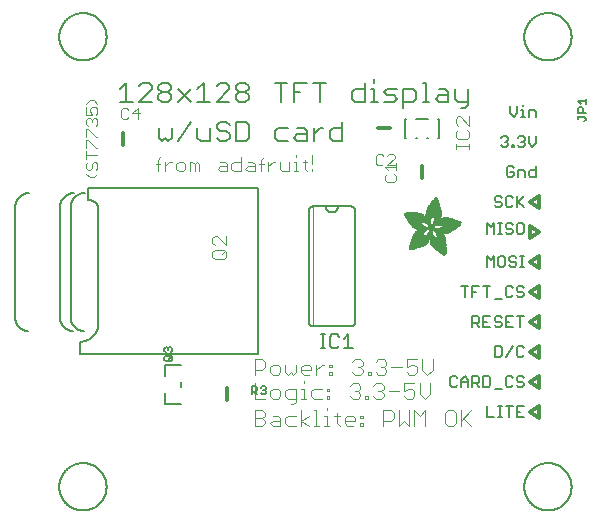
<source format=gbr>
G04 EAGLE Gerber RS-274X export*
G75*
%MOMM*%
%FSLAX34Y34*%
%LPD*%
%INSilkscreen Top*%
%IPPOS*%
%AMOC8*
5,1,8,0,0,1.08239X$1,22.5*%
G01*
%ADD10C,0.304800*%
%ADD11C,0.127000*%
%ADD12C,0.152400*%
%ADD13C,0.101600*%
%ADD14C,0.076200*%
%ADD15C,0.050800*%
%ADD16C,0.203200*%
%ADD17R,0.068600X0.007600*%
%ADD18R,0.114300X0.007600*%
%ADD19R,0.152400X0.007700*%
%ADD20R,0.182900X0.007600*%
%ADD21R,0.205700X0.007600*%
%ADD22R,0.228600X0.007600*%
%ADD23R,0.259100X0.007600*%
%ADD24R,0.274300X0.007700*%
%ADD25R,0.289500X0.007600*%
%ADD26R,0.304800X0.007600*%
%ADD27R,0.320100X0.007600*%
%ADD28R,0.342900X0.007600*%
%ADD29R,0.350500X0.007700*%
%ADD30R,0.365800X0.007600*%
%ADD31R,0.381000X0.007600*%
%ADD32R,0.388600X0.007600*%
%ADD33R,0.403800X0.007600*%
%ADD34R,0.419100X0.007700*%
%ADD35R,0.426700X0.007600*%
%ADD36R,0.441900X0.007600*%
%ADD37R,0.449600X0.007600*%
%ADD38R,0.464800X0.007600*%
%ADD39R,0.480000X0.007700*%
%ADD40R,0.487600X0.007600*%
%ADD41R,0.495300X0.007600*%
%ADD42R,0.510500X0.007600*%
%ADD43R,0.518100X0.007600*%
%ADD44R,0.525700X0.007700*%
%ADD45R,0.541000X0.007600*%
%ADD46R,0.548600X0.007600*%
%ADD47R,0.563800X0.007600*%
%ADD48R,0.571500X0.007600*%
%ADD49R,0.579100X0.007700*%
%ADD50R,0.594300X0.007600*%
%ADD51R,0.601900X0.007600*%
%ADD52R,0.609600X0.007600*%
%ADD53R,0.624800X0.007600*%
%ADD54R,0.632400X0.007700*%
%ADD55R,0.640000X0.007600*%
%ADD56R,0.655300X0.007600*%
%ADD57R,0.662900X0.007600*%
%ADD58R,0.678100X0.007600*%
%ADD59R,0.685800X0.007700*%
%ADD60R,0.693400X0.007600*%
%ADD61R,0.708600X0.007600*%
%ADD62R,0.716200X0.007600*%
%ADD63R,0.723900X0.007600*%
%ADD64R,0.739100X0.007700*%
%ADD65R,0.746700X0.007600*%
%ADD66R,0.754300X0.007600*%
%ADD67R,0.769600X0.007600*%
%ADD68R,0.777200X0.007600*%
%ADD69R,0.792400X0.007700*%
%ADD70R,0.800100X0.007600*%
%ADD71R,0.807700X0.007600*%
%ADD72R,0.822900X0.007600*%
%ADD73R,0.830500X0.007600*%
%ADD74R,0.838200X0.007700*%
%ADD75R,0.091500X0.007600*%
%ADD76R,0.853400X0.007600*%
%ADD77R,0.144700X0.007600*%
%ADD78R,0.861000X0.007600*%
%ADD79R,0.190500X0.007600*%
%ADD80R,0.876300X0.007600*%
%ADD81R,0.221000X0.007600*%
%ADD82R,0.883900X0.007600*%
%ADD83R,0.259000X0.007700*%
%ADD84R,0.891500X0.007700*%
%ADD85R,0.289600X0.007600*%
%ADD86R,0.906700X0.007600*%
%ADD87R,0.914400X0.007600*%
%ADD88R,0.350500X0.007600*%
%ADD89R,0.922000X0.007600*%
%ADD90R,0.937200X0.007600*%
%ADD91R,0.411400X0.007700*%
%ADD92R,0.944800X0.007700*%
%ADD93R,0.434300X0.007600*%
%ADD94R,0.952500X0.007600*%
%ADD95R,0.464900X0.007600*%
%ADD96R,0.967700X0.007600*%
%ADD97R,0.975300X0.007600*%
%ADD98R,0.518200X0.007600*%
%ADD99R,0.990600X0.007600*%
%ADD100R,0.548600X0.007700*%
%ADD101R,0.998200X0.007700*%
%ADD102R,1.005800X0.007600*%
%ADD103R,0.594400X0.007600*%
%ADD104R,1.021000X0.007600*%
%ADD105R,0.617200X0.007600*%
%ADD106R,1.028700X0.007600*%
%ADD107R,0.647700X0.007600*%
%ADD108R,1.036300X0.007600*%
%ADD109R,0.670500X0.007700*%
%ADD110R,1.051500X0.007700*%
%ADD111R,1.059100X0.007600*%
%ADD112R,0.716300X0.007600*%
%ADD113R,1.066800X0.007600*%
%ADD114R,0.739100X0.007600*%
%ADD115R,1.074400X0.007600*%
%ADD116R,0.762000X0.007600*%
%ADD117R,1.089600X0.007600*%
%ADD118R,0.784800X0.007700*%
%ADD119R,1.097200X0.007700*%
%ADD120R,1.104900X0.007600*%
%ADD121R,0.830600X0.007600*%
%ADD122R,1.112500X0.007600*%
%ADD123R,0.845800X0.007600*%
%ADD124R,1.120100X0.007600*%
%ADD125R,0.868700X0.007600*%
%ADD126R,1.127700X0.007600*%
%ADD127R,1.135300X0.007700*%
%ADD128R,1.143000X0.007600*%
%ADD129R,0.944900X0.007600*%
%ADD130R,1.150600X0.007600*%
%ADD131R,0.960100X0.007600*%
%ADD132R,1.158200X0.007600*%
%ADD133R,0.983000X0.007600*%
%ADD134R,1.165800X0.007600*%
%ADD135R,1.005900X0.007700*%
%ADD136R,1.173400X0.007700*%
%ADD137R,1.021100X0.007600*%
%ADD138R,1.181100X0.007600*%
%ADD139R,1.044000X0.007600*%
%ADD140R,1.188700X0.007600*%
%ADD141R,1.196300X0.007600*%
%ADD142R,1.082000X0.007600*%
%ADD143R,1.203900X0.007600*%
%ADD144R,1.104900X0.007700*%
%ADD145R,1.211500X0.007700*%
%ADD146R,1.211500X0.007600*%
%ADD147R,1.219200X0.007600*%
%ADD148R,1.226800X0.007600*%
%ADD149R,1.234400X0.007600*%
%ADD150R,1.188700X0.007700*%
%ADD151R,1.242000X0.007700*%
%ADD152R,1.242000X0.007600*%
%ADD153R,1.211600X0.007600*%
%ADD154R,1.249600X0.007600*%
%ADD155R,1.257300X0.007600*%
%ADD156R,1.264900X0.007600*%
%ADD157R,1.242100X0.007700*%
%ADD158R,1.264900X0.007700*%
%ADD159R,1.272500X0.007600*%
%ADD160R,1.265000X0.007600*%
%ADD161R,1.280100X0.007600*%
%ADD162R,1.272600X0.007600*%
%ADD163R,1.287700X0.007600*%
%ADD164R,1.287800X0.007600*%
%ADD165R,1.295400X0.007700*%
%ADD166R,1.303000X0.007600*%
%ADD167R,1.318200X0.007600*%
%ADD168R,1.310600X0.007600*%
%ADD169R,1.325900X0.007600*%
%ADD170R,1.341100X0.007700*%
%ADD171R,1.318200X0.007700*%
%ADD172R,1.341100X0.007600*%
%ADD173R,1.325800X0.007600*%
%ADD174R,1.348700X0.007600*%
%ADD175R,1.364000X0.007600*%
%ADD176R,1.333500X0.007600*%
%ADD177R,1.371600X0.007700*%
%ADD178R,1.379200X0.007600*%
%ADD179R,1.379300X0.007600*%
%ADD180R,1.386900X0.007600*%
%ADD181R,1.394500X0.007600*%
%ADD182R,1.356300X0.007600*%
%ADD183R,1.394400X0.007700*%
%ADD184R,1.356300X0.007700*%
%ADD185R,1.402000X0.007600*%
%ADD186R,1.409700X0.007600*%
%ADD187R,1.363900X0.007600*%
%ADD188R,1.417300X0.007600*%
%ADD189R,1.371600X0.007600*%
%ADD190R,1.424900X0.007700*%
%ADD191R,1.424900X0.007600*%
%ADD192R,1.432600X0.007600*%
%ADD193R,1.440200X0.007600*%
%ADD194R,1.386800X0.007600*%
%ADD195R,1.447800X0.007700*%
%ADD196R,1.386800X0.007700*%
%ADD197R,1.447800X0.007600*%
%ADD198R,1.455500X0.007600*%
%ADD199R,1.394400X0.007600*%
%ADD200R,1.463100X0.007600*%
%ADD201R,1.455400X0.007700*%
%ADD202R,1.463000X0.007600*%
%ADD203R,1.470600X0.007600*%
%ADD204R,1.470600X0.007700*%
%ADD205R,1.409700X0.007700*%
%ADD206R,1.470700X0.007600*%
%ADD207R,1.402100X0.007600*%
%ADD208R,1.478300X0.007600*%
%ADD209R,1.478300X0.007700*%
%ADD210R,1.402100X0.007700*%
%ADD211R,1.485900X0.007600*%
%ADD212R,1.485900X0.007700*%
%ADD213R,1.493500X0.007700*%
%ADD214R,1.493500X0.007600*%
%ADD215R,1.394500X0.007700*%
%ADD216R,1.493600X0.007700*%
%ADD217R,1.386900X0.007700*%
%ADD218R,1.379200X0.007700*%
%ADD219R,2.857500X0.007700*%
%ADD220R,2.857500X0.007600*%
%ADD221R,2.849900X0.007600*%
%ADD222R,2.842300X0.007600*%
%ADD223R,2.834700X0.007700*%
%ADD224R,2.827000X0.007600*%
%ADD225R,2.819400X0.007600*%
%ADD226R,2.811800X0.007600*%
%ADD227R,2.811800X0.007700*%
%ADD228R,2.804100X0.007600*%
%ADD229R,2.796500X0.007600*%
%ADD230R,1.966000X0.007600*%
%ADD231R,1.943100X0.007600*%
%ADD232R,0.754400X0.007600*%
%ADD233R,1.927900X0.007700*%
%ADD234R,0.746700X0.007700*%
%ADD235R,1.912600X0.007600*%
%ADD236R,0.731500X0.007600*%
%ADD237R,1.905000X0.007600*%
%ADD238R,1.882200X0.007600*%
%ADD239R,1.874600X0.007600*%
%ADD240R,1.866900X0.007700*%
%ADD241R,0.708700X0.007700*%
%ADD242R,1.851600X0.007600*%
%ADD243R,0.701100X0.007600*%
%ADD244R,1.844000X0.007600*%
%ADD245R,1.836400X0.007600*%
%ADD246R,1.821200X0.007600*%
%ADD247R,0.685800X0.007600*%
%ADD248R,1.813500X0.007700*%
%ADD249R,1.805900X0.007600*%
%ADD250R,0.678200X0.007600*%
%ADD251R,1.790700X0.007600*%
%ADD252R,0.670600X0.007600*%
%ADD253R,1.775500X0.007600*%
%ADD254R,1.767900X0.007700*%
%ADD255R,0.663000X0.007700*%
%ADD256R,1.760200X0.007600*%
%ADD257R,1.752600X0.007600*%
%ADD258R,0.937300X0.007600*%
%ADD259R,0.792500X0.007600*%
%ADD260R,0.899100X0.007600*%
%ADD261R,0.883900X0.007700*%
%ADD262R,0.716300X0.007700*%
%ADD263R,0.647700X0.007700*%
%ADD264R,0.640100X0.007600*%
%ADD265R,0.632500X0.007600*%
%ADD266R,0.655400X0.007600*%
%ADD267R,0.632400X0.007600*%
%ADD268R,0.845800X0.007700*%
%ADD269R,0.617200X0.007700*%
%ADD270R,0.624800X0.007700*%
%ADD271R,0.602000X0.007600*%
%ADD272R,0.838200X0.007600*%
%ADD273R,0.586700X0.007600*%
%ADD274R,0.548700X0.007600*%
%ADD275R,0.830500X0.007700*%
%ADD276R,0.541000X0.007700*%
%ADD277R,0.594300X0.007700*%
%ADD278R,0.525800X0.007600*%
%ADD279R,0.586800X0.007600*%
%ADD280R,0.815300X0.007600*%
%ADD281R,0.579200X0.007600*%
%ADD282R,0.815400X0.007600*%
%ADD283R,0.815400X0.007700*%
%ADD284R,0.571500X0.007700*%
%ADD285R,0.807800X0.007600*%
%ADD286R,0.563900X0.007600*%
%ADD287R,0.457200X0.007600*%
%ADD288R,0.442000X0.007600*%
%ADD289R,0.556300X0.007600*%
%ADD290R,0.807700X0.007700*%
%ADD291R,0.411500X0.007600*%
%ADD292R,0.533400X0.007600*%
%ADD293R,0.076200X0.007600*%
%ADD294R,0.403900X0.007600*%
%ADD295R,0.525700X0.007600*%
%ADD296R,0.388700X0.007600*%
%ADD297R,0.297200X0.007600*%
%ADD298R,0.373400X0.007700*%
%ADD299R,0.503000X0.007700*%
%ADD300R,0.426800X0.007700*%
%ADD301R,0.358100X0.007600*%
%ADD302R,0.502900X0.007600*%
%ADD303R,0.472400X0.007600*%
%ADD304R,0.487700X0.007600*%
%ADD305R,0.335300X0.007600*%
%ADD306R,0.792500X0.007700*%
%ADD307R,0.327600X0.007700*%
%ADD308R,0.472400X0.007700*%
%ADD309R,0.640000X0.007700*%
%ADD310R,0.784800X0.007600*%
%ADD311R,0.320000X0.007600*%
%ADD312R,0.792400X0.007600*%
%ADD313R,1.173400X0.007600*%
%ADD314R,1.196400X0.007600*%
%ADD315R,0.784900X0.007600*%
%ADD316R,0.784900X0.007700*%
%ADD317R,0.297200X0.007700*%
%ADD318R,1.249700X0.007600*%
%ADD319R,0.281900X0.007600*%
%ADD320R,1.295400X0.007600*%
%ADD321R,0.266700X0.007600*%
%ADD322R,0.777300X0.007700*%
%ADD323R,0.266700X0.007700*%
%ADD324R,1.333500X0.007700*%
%ADD325R,0.777300X0.007600*%
%ADD326R,1.348800X0.007600*%
%ADD327R,0.251500X0.007600*%
%ADD328R,0.243900X0.007700*%
%ADD329R,0.243900X0.007600*%
%ADD330R,1.440100X0.007600*%
%ADD331R,0.236200X0.007600*%
%ADD332R,0.762000X0.007700*%
%ADD333R,0.236200X0.007700*%
%ADD334R,1.508700X0.007700*%
%ADD335R,1.531600X0.007600*%
%ADD336R,1.546900X0.007600*%
%ADD337R,1.569700X0.007600*%
%ADD338R,1.585000X0.007600*%
%ADD339R,0.746800X0.007700*%
%ADD340R,1.607800X0.007700*%
%ADD341R,0.243800X0.007600*%
%ADD342R,1.630700X0.007600*%
%ADD343R,1.653500X0.007600*%
%ADD344R,0.739200X0.007600*%
%ADD345R,1.684000X0.007600*%
%ADD346R,2.019300X0.007600*%
%ADD347R,0.731500X0.007700*%
%ADD348R,2.026900X0.007700*%
%ADD349R,2.049800X0.007600*%
%ADD350R,2.057400X0.007600*%
%ADD351R,0.708700X0.007600*%
%ADD352R,2.072600X0.007600*%
%ADD353R,0.701000X0.007600*%
%ADD354R,2.095500X0.007600*%
%ADD355R,0.693500X0.007700*%
%ADD356R,2.110800X0.007700*%
%ADD357R,2.141200X0.007600*%
%ADD358R,0.060900X0.007600*%
%ADD359R,2.872700X0.007600*%
%ADD360R,3.124200X0.007600*%
%ADD361R,3.177600X0.007600*%
%ADD362R,3.215600X0.007700*%
%ADD363R,3.253700X0.007600*%
%ADD364R,3.284300X0.007600*%
%ADD365R,3.314700X0.007600*%
%ADD366R,3.352800X0.007600*%
%ADD367R,3.375600X0.007700*%
%ADD368R,3.406200X0.007600*%
%ADD369R,3.429000X0.007600*%
%ADD370R,3.451800X0.007600*%
%ADD371R,3.482400X0.007600*%
%ADD372R,1.828800X0.007700*%
%ADD373R,1.539300X0.007700*%
%ADD374R,1.767900X0.007600*%
%ADD375R,1.767800X0.007600*%
%ADD376R,1.760200X0.007700*%
%ADD377R,1.760300X0.007600*%
%ADD378R,1.775400X0.007700*%
%ADD379R,1.379300X0.007700*%
%ADD380R,1.783000X0.007600*%
%ADD381R,1.813500X0.007600*%
%ADD382R,1.821100X0.007700*%
%ADD383R,0.503000X0.007600*%
%ADD384R,1.135400X0.007600*%
%ADD385R,1.127700X0.007700*%
%ADD386R,0.487700X0.007700*%
%ADD387R,1.120200X0.007600*%
%ADD388R,1.097300X0.007600*%
%ADD389R,0.510600X0.007600*%
%ADD390R,1.074400X0.007700*%
%ADD391R,0.525800X0.007700*%
%ADD392R,1.440200X0.007700*%
%ADD393R,1.059200X0.007600*%
%ADD394R,1.051600X0.007600*%
%ADD395R,1.051500X0.007600*%
%ADD396R,1.043900X0.007700*%
%ADD397R,0.602000X0.007700*%
%ADD398R,1.524000X0.007600*%
%ADD399R,1.539300X0.007600*%
%ADD400R,1.592600X0.007600*%
%ADD401R,1.021100X0.007700*%
%ADD402R,1.615400X0.007700*%
%ADD403R,1.013400X0.007600*%
%ADD404R,1.653600X0.007600*%
%ADD405R,1.013500X0.007600*%
%ADD406R,1.699300X0.007600*%
%ADD407R,2.743200X0.007600*%
%ADD408R,1.005900X0.007600*%
%ADD409R,2.415500X0.007600*%
%ADD410R,1.005800X0.007700*%
%ADD411R,0.281900X0.007700*%
%ADD412R,2.408000X0.007700*%
%ADD413R,2.407900X0.007600*%
%ADD414R,0.998200X0.007600*%
%ADD415R,0.282000X0.007600*%
%ADD416R,0.998300X0.007600*%
%ADD417R,2.400300X0.007600*%
%ADD418R,0.289500X0.007700*%
%ADD419R,2.400300X0.007700*%
%ADD420R,0.297100X0.007600*%
%ADD421R,0.312400X0.007600*%
%ADD422R,2.392700X0.007600*%
%ADD423R,0.990600X0.007700*%
%ADD424R,0.327700X0.007700*%
%ADD425R,2.392700X0.007700*%
%ADD426R,2.385100X0.007600*%
%ADD427R,0.381000X0.007700*%
%ADD428R,2.377400X0.007700*%
%ADD429R,2.377400X0.007600*%
%ADD430R,2.369800X0.007600*%
%ADD431R,0.419100X0.007600*%
%ADD432R,2.362200X0.007600*%
%ADD433R,0.426800X0.007600*%
%ADD434R,1.036300X0.007700*%
%ADD435R,0.442000X0.007700*%
%ADD436R,2.354600X0.007700*%
%ADD437R,2.354600X0.007600*%
%ADD438R,0.480100X0.007600*%
%ADD439R,2.347000X0.007600*%
%ADD440R,1.074500X0.007600*%
%ADD441R,2.339400X0.007600*%
%ADD442R,1.082100X0.007700*%
%ADD443R,0.548700X0.007700*%
%ADD444R,2.331800X0.007700*%
%ADD445R,2.331800X0.007600*%
%ADD446R,0.624900X0.007600*%
%ADD447R,2.324100X0.007600*%
%ADD448R,1.859300X0.007600*%
%ADD449R,2.308800X0.007600*%
%ADD450R,2.301200X0.007700*%
%ADD451R,2.301200X0.007600*%
%ADD452R,2.293600X0.007600*%
%ADD453R,2.278400X0.007600*%
%ADD454R,1.889800X0.007600*%
%ADD455R,2.270700X0.007600*%
%ADD456R,1.897400X0.007700*%
%ADD457R,2.255500X0.007700*%
%ADD458R,1.897400X0.007600*%
%ADD459R,2.247900X0.007600*%
%ADD460R,2.232600X0.007600*%
%ADD461R,1.912700X0.007600*%
%ADD462R,2.209800X0.007600*%
%ADD463R,1.920300X0.007600*%
%ADD464R,2.186900X0.007600*%
%ADD465R,1.920300X0.007700*%
%ADD466R,2.171700X0.007700*%
%ADD467R,1.935500X0.007600*%
%ADD468R,2.148800X0.007600*%
%ADD469R,2.126000X0.007600*%
%ADD470R,1.950700X0.007600*%
%ADD471R,1.958400X0.007700*%
%ADD472R,2.042200X0.007700*%
%ADD473R,1.973600X0.007600*%
%ADD474R,1.996500X0.007600*%
%ADD475R,1.981200X0.007600*%
%ADD476R,1.988800X0.007600*%
%ADD477R,1.996400X0.007700*%
%ADD478R,1.996400X0.007600*%
%ADD479R,2.004100X0.007600*%
%ADD480R,1.874500X0.007600*%
%ADD481R,1.425000X0.007600*%
%ADD482R,2.026900X0.007600*%
%ADD483R,0.434400X0.007700*%
%ADD484R,1.364000X0.007700*%
%ADD485R,2.034500X0.007600*%
%ADD486R,0.434400X0.007600*%
%ADD487R,2.049700X0.007600*%
%ADD488R,2.065000X0.007700*%
%ADD489R,0.464800X0.007700*%
%ADD490R,1.196300X0.007700*%
%ADD491R,2.080300X0.007600*%
%ADD492R,1.158300X0.007600*%
%ADD493R,2.087900X0.007600*%
%ADD494R,0.472500X0.007600*%
%ADD495R,2.103100X0.007600*%
%ADD496R,2.118400X0.007600*%
%ADD497R,2.133600X0.007600*%
%ADD498R,2.148800X0.007700*%
%ADD499R,2.164000X0.007600*%
%ADD500R,2.171700X0.007600*%
%ADD501R,2.187000X0.007600*%
%ADD502R,0.556200X0.007600*%
%ADD503R,2.202200X0.007700*%
%ADD504R,0.556200X0.007700*%
%ADD505R,0.640100X0.007700*%
%ADD506R,0.579100X0.007600*%
%ADD507R,0.480000X0.007600*%
%ADD508R,1.752600X0.007700*%
%ADD509R,0.487600X0.007700*%
%ADD510R,0.594400X0.007700*%
%ADD511R,0.358100X0.007700*%
%ADD512R,0.099000X0.007600*%
%ADD513R,1.280200X0.007600*%
%ADD514R,1.745000X0.007600*%
%ADD515R,1.744900X0.007600*%
%ADD516R,1.737300X0.007700*%
%ADD517R,1.737400X0.007600*%
%ADD518R,1.729800X0.007600*%
%ADD519R,1.722200X0.007600*%
%ADD520R,1.722100X0.007600*%
%ADD521R,1.714500X0.007700*%
%ADD522R,1.356400X0.007700*%
%ADD523R,1.706900X0.007600*%
%ADD524R,1.356400X0.007600*%
%ADD525R,1.691700X0.007600*%
%ADD526R,1.668800X0.007700*%
%ADD527R,1.645900X0.007600*%
%ADD528R,1.623100X0.007600*%
%ADD529R,1.577400X0.007600*%
%ADD530R,1.554400X0.007600*%
%ADD531R,1.539200X0.007600*%
%ADD532R,1.524000X0.007700*%
%ADD533R,1.501100X0.007600*%
%ADD534R,1.455400X0.007600*%
%ADD535R,1.348800X0.007700*%
%ADD536R,1.318300X0.007600*%
%ADD537R,1.310600X0.007700*%
%ADD538R,1.287800X0.007700*%
%ADD539R,1.234500X0.007600*%
%ADD540R,1.226900X0.007600*%
%ADD541R,1.173500X0.007700*%
%ADD542R,1.173500X0.007600*%
%ADD543R,1.165900X0.007600*%
%ADD544R,1.143000X0.007700*%
%ADD545R,1.127800X0.007600*%
%ADD546R,1.097200X0.007600*%
%ADD547R,1.028700X0.007700*%
%ADD548R,0.982900X0.007600*%
%ADD549R,0.952500X0.007700*%
%ADD550R,0.929600X0.007600*%
%ADD551R,0.906800X0.007700*%
%ADD552R,0.906800X0.007600*%
%ADD553R,0.899200X0.007600*%
%ADD554R,0.884000X0.007600*%
%ADD555R,0.876300X0.007700*%
%ADD556R,0.830600X0.007700*%
%ADD557R,0.754400X0.007700*%
%ADD558R,0.746800X0.007600*%
%ADD559R,0.708600X0.007700*%
%ADD560R,0.678200X0.007700*%
%ADD561R,0.663000X0.007600*%
%ADD562R,0.632500X0.007700*%
%ADD563R,0.556300X0.007700*%
%ADD564R,0.518200X0.007700*%
%ADD565R,0.434300X0.007700*%
%ADD566R,0.396300X0.007700*%
%ADD567R,0.373300X0.007600*%
%ADD568R,0.365700X0.007600*%
%ADD569R,0.327700X0.007600*%
%ADD570R,0.304800X0.007700*%
%ADD571R,0.274300X0.007600*%
%ADD572R,0.243800X0.007700*%
%ADD573R,0.205800X0.007600*%
%ADD574R,0.152400X0.007600*%
%ADD575R,0.121900X0.007700*%


D10*
X411480Y33020D02*
X403860Y38100D01*
X411480Y43180D01*
X411480Y33020D01*
X403860Y215900D02*
X411480Y220980D01*
X411480Y210820D01*
X403860Y215900D01*
X411480Y93980D02*
X411480Y83820D01*
X403860Y88900D02*
X411480Y93980D01*
X403860Y88900D02*
X411480Y83820D01*
X411480Y109220D02*
X411480Y119380D01*
X403860Y114300D01*
X411480Y109220D01*
X411480Y134620D02*
X411480Y144780D01*
X403860Y139700D01*
X411480Y134620D01*
X411480Y68580D02*
X411480Y58420D01*
X403860Y63500D02*
X411480Y68580D01*
X403860Y63500D02*
X411480Y58420D01*
X411480Y160020D02*
X411480Y170180D01*
X403860Y165100D01*
X411480Y160020D01*
D11*
X387168Y290621D02*
X387168Y296553D01*
X387168Y290621D02*
X390134Y287655D01*
X393100Y290621D01*
X393100Y296553D01*
X396523Y293587D02*
X398006Y293587D01*
X398006Y287655D01*
X396523Y287655D02*
X399489Y287655D01*
X398006Y296553D02*
X398006Y298036D01*
X402760Y293587D02*
X402760Y287655D01*
X402760Y293587D02*
X407209Y293587D01*
X408692Y292104D01*
X408692Y287655D01*
X355179Y118753D02*
X355179Y109855D01*
X355179Y118753D02*
X359628Y118753D01*
X361111Y117270D01*
X361111Y114304D01*
X359628Y112821D01*
X355179Y112821D01*
X358145Y112821D02*
X361111Y109855D01*
X364534Y118753D02*
X370466Y118753D01*
X364534Y118753D02*
X364534Y109855D01*
X370466Y109855D01*
X367500Y114304D02*
X364534Y114304D01*
X378338Y118753D02*
X379821Y117270D01*
X378338Y118753D02*
X375372Y118753D01*
X373889Y117270D01*
X373889Y115787D01*
X375372Y114304D01*
X378338Y114304D01*
X379821Y112821D01*
X379821Y111338D01*
X378338Y109855D01*
X375372Y109855D01*
X373889Y111338D01*
X383245Y118753D02*
X389176Y118753D01*
X383245Y118753D02*
X383245Y109855D01*
X389176Y109855D01*
X386210Y114304D02*
X383245Y114304D01*
X395566Y109855D02*
X395566Y118753D01*
X392600Y118753D02*
X398532Y118753D01*
X373889Y93353D02*
X373889Y84455D01*
X378338Y84455D01*
X379821Y85938D01*
X379821Y91870D01*
X378338Y93353D01*
X373889Y93353D01*
X383245Y84455D02*
X389176Y93353D01*
X397049Y93353D02*
X398532Y91870D01*
X397049Y93353D02*
X394083Y93353D01*
X392600Y91870D01*
X392600Y85938D01*
X394083Y84455D01*
X397049Y84455D01*
X398532Y85938D01*
X342400Y66470D02*
X340917Y67953D01*
X337952Y67953D01*
X336469Y66470D01*
X336469Y60538D01*
X337952Y59055D01*
X340917Y59055D01*
X342400Y60538D01*
X345824Y59055D02*
X345824Y64987D01*
X348790Y67953D01*
X351756Y64987D01*
X351756Y59055D01*
X351756Y63504D02*
X345824Y63504D01*
X355179Y59055D02*
X355179Y67953D01*
X359628Y67953D01*
X361111Y66470D01*
X361111Y63504D01*
X359628Y62021D01*
X355179Y62021D01*
X358145Y62021D02*
X361111Y59055D01*
X364534Y59055D02*
X364534Y67953D01*
X364534Y59055D02*
X368983Y59055D01*
X370466Y60538D01*
X370466Y66470D01*
X368983Y67953D01*
X364534Y67953D01*
X373889Y57572D02*
X379821Y57572D01*
X389176Y66470D02*
X387693Y67953D01*
X384728Y67953D01*
X383245Y66470D01*
X383245Y60538D01*
X384728Y59055D01*
X387693Y59055D01*
X389176Y60538D01*
X397049Y67953D02*
X398532Y66470D01*
X397049Y67953D02*
X394083Y67953D01*
X392600Y66470D01*
X392600Y64987D01*
X394083Y63504D01*
X397049Y63504D01*
X398532Y62021D01*
X398532Y60538D01*
X397049Y59055D01*
X394083Y59055D01*
X392600Y60538D01*
X348790Y135255D02*
X348790Y144153D01*
X345824Y144153D02*
X351756Y144153D01*
X355179Y144153D02*
X355179Y135255D01*
X355179Y144153D02*
X361111Y144153D01*
X358145Y139704D02*
X355179Y139704D01*
X367500Y135255D02*
X367500Y144153D01*
X364534Y144153D02*
X370466Y144153D01*
X373889Y133772D02*
X379821Y133772D01*
X389176Y142670D02*
X387693Y144153D01*
X384728Y144153D01*
X383245Y142670D01*
X383245Y136738D01*
X384728Y135255D01*
X387693Y135255D01*
X389176Y136738D01*
X397049Y144153D02*
X398532Y142670D01*
X397049Y144153D02*
X394083Y144153D01*
X392600Y142670D01*
X392600Y141187D01*
X394083Y139704D01*
X397049Y139704D01*
X398532Y138221D01*
X398532Y136738D01*
X397049Y135255D01*
X394083Y135255D01*
X392600Y136738D01*
X367653Y160655D02*
X367653Y169553D01*
X370618Y166587D01*
X373584Y169553D01*
X373584Y160655D01*
X378491Y169553D02*
X381457Y169553D01*
X378491Y169553D02*
X377008Y168070D01*
X377008Y162138D01*
X378491Y160655D01*
X381457Y160655D01*
X382940Y162138D01*
X382940Y168070D01*
X381457Y169553D01*
X390812Y169553D02*
X392295Y168070D01*
X390812Y169553D02*
X387846Y169553D01*
X386363Y168070D01*
X386363Y166587D01*
X387846Y165104D01*
X390812Y165104D01*
X392295Y163621D01*
X392295Y162138D01*
X390812Y160655D01*
X387846Y160655D01*
X386363Y162138D01*
X395718Y160655D02*
X398684Y160655D01*
X397201Y160655D02*
X397201Y169553D01*
X395718Y169553D02*
X398684Y169553D01*
X379821Y218870D02*
X378338Y220353D01*
X375372Y220353D01*
X373889Y218870D01*
X373889Y217387D01*
X375372Y215904D01*
X378338Y215904D01*
X379821Y214421D01*
X379821Y212938D01*
X378338Y211455D01*
X375372Y211455D01*
X373889Y212938D01*
X387693Y220353D02*
X389176Y218870D01*
X387693Y220353D02*
X384728Y220353D01*
X383245Y218870D01*
X383245Y212938D01*
X384728Y211455D01*
X387693Y211455D01*
X389176Y212938D01*
X392600Y211455D02*
X392600Y220353D01*
X392600Y214421D02*
X398532Y220353D01*
X394083Y215904D02*
X398532Y211455D01*
X367653Y197493D02*
X367653Y188595D01*
X370618Y194527D02*
X367653Y197493D01*
X370618Y194527D02*
X373584Y197493D01*
X373584Y188595D01*
X377008Y188595D02*
X379974Y188595D01*
X378491Y188595D02*
X378491Y197493D01*
X377008Y197493D02*
X379974Y197493D01*
X387693Y197493D02*
X389176Y196010D01*
X387693Y197493D02*
X384728Y197493D01*
X383245Y196010D01*
X383245Y194527D01*
X384728Y193044D01*
X387693Y193044D01*
X389176Y191561D01*
X389176Y190078D01*
X387693Y188595D01*
X384728Y188595D01*
X383245Y190078D01*
X394083Y197493D02*
X397049Y197493D01*
X394083Y197493D02*
X392600Y196010D01*
X392600Y190078D01*
X394083Y188595D01*
X397049Y188595D01*
X398532Y190078D01*
X398532Y196010D01*
X397049Y197493D01*
X367653Y42553D02*
X367653Y33655D01*
X373584Y33655D01*
X377008Y33655D02*
X379974Y33655D01*
X378491Y33655D02*
X378491Y42553D01*
X377008Y42553D02*
X379974Y42553D01*
X386210Y42553D02*
X386210Y33655D01*
X383245Y42553D02*
X389176Y42553D01*
X392600Y42553D02*
X398532Y42553D01*
X392600Y42553D02*
X392600Y33655D01*
X398532Y33655D01*
X395566Y38104D02*
X392600Y38104D01*
D12*
X62065Y316752D02*
X56642Y311329D01*
X62065Y316752D02*
X62065Y300482D01*
X56642Y300482D02*
X67489Y300482D01*
X73014Y300482D02*
X83860Y300482D01*
X73014Y300482D02*
X83860Y311329D01*
X83860Y314040D01*
X81149Y316752D01*
X75725Y316752D01*
X73014Y314040D01*
X89385Y314040D02*
X92097Y316752D01*
X97520Y316752D01*
X100232Y314040D01*
X100232Y311329D01*
X97520Y308617D01*
X100232Y305905D01*
X100232Y303194D01*
X97520Y300482D01*
X92097Y300482D01*
X89385Y303194D01*
X89385Y305905D01*
X92097Y308617D01*
X89385Y311329D01*
X89385Y314040D01*
X92097Y308617D02*
X97520Y308617D01*
X105757Y311329D02*
X116603Y300482D01*
X105757Y300482D02*
X116603Y311329D01*
X122128Y311329D02*
X127552Y316752D01*
X127552Y300482D01*
X132975Y300482D02*
X122128Y300482D01*
X138500Y300482D02*
X149346Y300482D01*
X138500Y300482D02*
X149346Y311329D01*
X149346Y314040D01*
X146635Y316752D01*
X141211Y316752D01*
X138500Y314040D01*
X154871Y314040D02*
X157583Y316752D01*
X163006Y316752D01*
X165718Y314040D01*
X165718Y311329D01*
X163006Y308617D01*
X165718Y305905D01*
X165718Y303194D01*
X163006Y300482D01*
X157583Y300482D01*
X154871Y303194D01*
X154871Y305905D01*
X157583Y308617D01*
X154871Y311329D01*
X154871Y314040D01*
X157583Y308617D02*
X163006Y308617D01*
X193038Y300482D02*
X193038Y316752D01*
X187615Y316752D02*
X198461Y316752D01*
X203986Y316752D02*
X203986Y300482D01*
X203986Y316752D02*
X214833Y316752D01*
X209409Y308617D02*
X203986Y308617D01*
X225781Y300482D02*
X225781Y316752D01*
X220358Y316752D02*
X231204Y316752D01*
X263947Y316752D02*
X263947Y300482D01*
X255812Y300482D01*
X253101Y303194D01*
X253101Y308617D01*
X255812Y311329D01*
X263947Y311329D01*
X269472Y311329D02*
X272184Y311329D01*
X272184Y300482D01*
X269472Y300482D02*
X274896Y300482D01*
X272184Y316752D02*
X272184Y319464D01*
X280387Y300482D02*
X288522Y300482D01*
X291233Y303194D01*
X288522Y305905D01*
X283098Y305905D01*
X280387Y308617D01*
X283098Y311329D01*
X291233Y311329D01*
X296758Y311329D02*
X296758Y295059D01*
X296758Y311329D02*
X304893Y311329D01*
X307605Y308617D01*
X307605Y303194D01*
X304893Y300482D01*
X296758Y300482D01*
X313130Y316752D02*
X315841Y316752D01*
X315841Y300482D01*
X313130Y300482D02*
X318553Y300482D01*
X326756Y311329D02*
X332179Y311329D01*
X334891Y308617D01*
X334891Y300482D01*
X326756Y300482D01*
X324044Y303194D01*
X326756Y305905D01*
X334891Y305905D01*
X340416Y303194D02*
X340416Y311329D01*
X340416Y303194D02*
X343127Y300482D01*
X351262Y300482D01*
X351262Y297770D02*
X351262Y311329D01*
X351262Y297770D02*
X348551Y295059D01*
X345839Y295059D01*
X89662Y278309D02*
X89662Y270174D01*
X92374Y267462D01*
X95085Y270174D01*
X97797Y267462D01*
X100509Y270174D01*
X100509Y278309D01*
X106034Y267462D02*
X116880Y283732D01*
X122405Y278309D02*
X122405Y270174D01*
X125117Y267462D01*
X133252Y267462D01*
X133252Y278309D01*
X146912Y283732D02*
X149623Y281020D01*
X146912Y283732D02*
X141488Y283732D01*
X138777Y281020D01*
X138777Y278309D01*
X141488Y275597D01*
X146912Y275597D01*
X149623Y272885D01*
X149623Y270174D01*
X146912Y267462D01*
X141488Y267462D01*
X138777Y270174D01*
X155148Y267462D02*
X155148Y283732D01*
X155148Y267462D02*
X163283Y267462D01*
X165995Y270174D01*
X165995Y281020D01*
X163283Y283732D01*
X155148Y283732D01*
X190603Y278309D02*
X198738Y278309D01*
X190603Y278309D02*
X187891Y275597D01*
X187891Y270174D01*
X190603Y267462D01*
X198738Y267462D01*
X206975Y278309D02*
X212398Y278309D01*
X215110Y275597D01*
X215110Y267462D01*
X206975Y267462D01*
X204263Y270174D01*
X206975Y272885D01*
X215110Y272885D01*
X220635Y267462D02*
X220635Y278309D01*
X226058Y278309D02*
X220635Y272885D01*
X226058Y278309D02*
X228769Y278309D01*
X245124Y283732D02*
X245124Y267462D01*
X236989Y267462D01*
X234277Y270174D01*
X234277Y275597D01*
X236989Y278309D01*
X245124Y278309D01*
D13*
X170688Y82307D02*
X170688Y69088D01*
X170688Y82307D02*
X177298Y82307D01*
X179501Y80104D01*
X179501Y75698D01*
X177298Y73494D01*
X170688Y73494D01*
X185988Y69088D02*
X190395Y69088D01*
X192598Y71291D01*
X192598Y75698D01*
X190395Y77901D01*
X185988Y77901D01*
X183785Y75698D01*
X183785Y71291D01*
X185988Y69088D01*
X196883Y71291D02*
X196883Y77901D01*
X196883Y71291D02*
X199086Y69088D01*
X201289Y71291D01*
X203492Y69088D01*
X205695Y71291D01*
X205695Y77901D01*
X212183Y69088D02*
X216589Y69088D01*
X212183Y69088D02*
X209980Y71291D01*
X209980Y75698D01*
X212183Y77901D01*
X216589Y77901D01*
X218793Y75698D01*
X218793Y73494D01*
X209980Y73494D01*
X223077Y69088D02*
X223077Y77901D01*
X227483Y77901D02*
X223077Y73494D01*
X227483Y77901D02*
X229687Y77901D01*
X233991Y77901D02*
X236195Y77901D01*
X236195Y75698D01*
X233991Y75698D01*
X233991Y77901D01*
X233991Y71291D02*
X236195Y71291D01*
X236195Y69088D01*
X233991Y69088D01*
X233991Y71291D01*
X253637Y80104D02*
X255840Y82307D01*
X260247Y82307D01*
X262450Y80104D01*
X262450Y77901D01*
X260247Y75698D01*
X258044Y75698D01*
X260247Y75698D02*
X262450Y73494D01*
X262450Y71291D01*
X260247Y69088D01*
X255840Y69088D01*
X253637Y71291D01*
X266735Y71291D02*
X266735Y69088D01*
X266735Y71291D02*
X268938Y71291D01*
X268938Y69088D01*
X266735Y69088D01*
X273283Y80104D02*
X275486Y82307D01*
X279893Y82307D01*
X282096Y80104D01*
X282096Y77901D01*
X279893Y75698D01*
X277690Y75698D01*
X279893Y75698D02*
X282096Y73494D01*
X282096Y71291D01*
X279893Y69088D01*
X275486Y69088D01*
X273283Y71291D01*
X286380Y75698D02*
X295193Y75698D01*
X299478Y82307D02*
X308290Y82307D01*
X299478Y82307D02*
X299478Y75698D01*
X303884Y77901D01*
X306087Y77901D01*
X308290Y75698D01*
X308290Y71291D01*
X306087Y69088D01*
X301681Y69088D01*
X299478Y71291D01*
X312575Y73494D02*
X312575Y82307D01*
X312575Y73494D02*
X316981Y69088D01*
X321388Y73494D01*
X321388Y82307D01*
X170688Y61987D02*
X170688Y48768D01*
X179501Y48768D01*
X185988Y48768D02*
X190395Y48768D01*
X192598Y50971D01*
X192598Y55378D01*
X190395Y57581D01*
X185988Y57581D01*
X183785Y55378D01*
X183785Y50971D01*
X185988Y48768D01*
X201289Y44362D02*
X203492Y44362D01*
X205695Y46565D01*
X205695Y57581D01*
X199086Y57581D01*
X196883Y55378D01*
X196883Y50971D01*
X199086Y48768D01*
X205695Y48768D01*
X209980Y57581D02*
X212183Y57581D01*
X212183Y48768D01*
X209980Y48768D02*
X214386Y48768D01*
X212183Y61987D02*
X212183Y64191D01*
X220914Y57581D02*
X227524Y57581D01*
X220914Y57581D02*
X218711Y55378D01*
X218711Y50971D01*
X220914Y48768D01*
X227524Y48768D01*
X231809Y57581D02*
X234012Y57581D01*
X234012Y55378D01*
X231809Y55378D01*
X231809Y57581D01*
X231809Y50971D02*
X234012Y50971D01*
X234012Y48768D01*
X231809Y48768D01*
X231809Y50971D01*
X251454Y59784D02*
X253658Y61987D01*
X258064Y61987D01*
X260267Y59784D01*
X260267Y57581D01*
X258064Y55378D01*
X255861Y55378D01*
X258064Y55378D02*
X260267Y53174D01*
X260267Y50971D01*
X258064Y48768D01*
X253658Y48768D01*
X251454Y50971D01*
X264552Y50971D02*
X264552Y48768D01*
X264552Y50971D02*
X266755Y50971D01*
X266755Y48768D01*
X264552Y48768D01*
X271100Y59784D02*
X273303Y61987D01*
X277710Y61987D01*
X279913Y59784D01*
X279913Y57581D01*
X277710Y55378D01*
X275507Y55378D01*
X277710Y55378D02*
X279913Y53174D01*
X279913Y50971D01*
X277710Y48768D01*
X273303Y48768D01*
X271100Y50971D01*
X284198Y55378D02*
X293010Y55378D01*
X297295Y61987D02*
X306108Y61987D01*
X297295Y61987D02*
X297295Y55378D01*
X301701Y57581D01*
X303904Y57581D01*
X306108Y55378D01*
X306108Y50971D01*
X303904Y48768D01*
X299498Y48768D01*
X297295Y50971D01*
X310392Y53174D02*
X310392Y61987D01*
X310392Y53174D02*
X314798Y48768D01*
X319205Y53174D01*
X319205Y61987D01*
X88817Y241808D02*
X88817Y251553D01*
X90766Y253502D01*
X90766Y247655D02*
X86868Y247655D01*
X94664Y249604D02*
X94664Y241808D01*
X94664Y245706D02*
X98562Y249604D01*
X100511Y249604D01*
X106358Y241808D02*
X110256Y241808D01*
X112205Y243757D01*
X112205Y247655D01*
X110256Y249604D01*
X106358Y249604D01*
X104409Y247655D01*
X104409Y243757D01*
X106358Y241808D01*
X116103Y241808D02*
X116103Y249604D01*
X118052Y249604D01*
X120001Y247655D01*
X120001Y241808D01*
X120001Y247655D02*
X121950Y249604D01*
X123899Y247655D01*
X123899Y241808D01*
X141440Y249604D02*
X145338Y249604D01*
X147287Y247655D01*
X147287Y241808D01*
X141440Y241808D01*
X139491Y243757D01*
X141440Y245706D01*
X147287Y245706D01*
X158981Y241808D02*
X158981Y253502D01*
X158981Y241808D02*
X153134Y241808D01*
X151185Y243757D01*
X151185Y247655D01*
X153134Y249604D01*
X158981Y249604D01*
X164828Y249604D02*
X168726Y249604D01*
X170675Y247655D01*
X170675Y241808D01*
X164828Y241808D01*
X162879Y243757D01*
X164828Y245706D01*
X170675Y245706D01*
X176522Y241808D02*
X176522Y251553D01*
X178471Y253502D01*
X178471Y247655D02*
X174573Y247655D01*
X182369Y249604D02*
X182369Y241808D01*
X182369Y245706D02*
X186267Y249604D01*
X188216Y249604D01*
X192114Y249604D02*
X192114Y243757D01*
X194063Y241808D01*
X199910Y241808D01*
X199910Y249604D01*
X203808Y249604D02*
X205757Y249604D01*
X205757Y241808D01*
X203808Y241808D02*
X207706Y241808D01*
X205757Y253502D02*
X205757Y255451D01*
X213553Y251553D02*
X213553Y243757D01*
X215502Y241808D01*
X215502Y249604D02*
X211604Y249604D01*
X219400Y243757D02*
X219400Y241808D01*
X219400Y247655D02*
X219400Y255451D01*
X170688Y39127D02*
X170688Y25908D01*
X170688Y39127D02*
X177298Y39127D01*
X179501Y36924D01*
X179501Y34721D01*
X177298Y32518D01*
X179501Y30314D01*
X179501Y28111D01*
X177298Y25908D01*
X170688Y25908D01*
X170688Y32518D02*
X177298Y32518D01*
X185988Y34721D02*
X190395Y34721D01*
X192598Y32518D01*
X192598Y25908D01*
X185988Y25908D01*
X183785Y28111D01*
X185988Y30314D01*
X192598Y30314D01*
X199086Y34721D02*
X205695Y34721D01*
X199086Y34721D02*
X196883Y32518D01*
X196883Y28111D01*
X199086Y25908D01*
X205695Y25908D01*
X209980Y25908D02*
X209980Y39127D01*
X209980Y30314D02*
X216589Y25908D01*
X209980Y30314D02*
X216589Y34721D01*
X220894Y39127D02*
X223097Y39127D01*
X223097Y25908D01*
X220894Y25908D02*
X225301Y25908D01*
X229626Y34721D02*
X231829Y34721D01*
X231829Y25908D01*
X229626Y25908D02*
X234032Y25908D01*
X231829Y39127D02*
X231829Y41331D01*
X240560Y36924D02*
X240560Y28111D01*
X242764Y25908D01*
X242764Y34721D02*
X238357Y34721D01*
X249292Y25908D02*
X253698Y25908D01*
X249292Y25908D02*
X247089Y28111D01*
X247089Y32518D01*
X249292Y34721D01*
X253698Y34721D01*
X255901Y32518D01*
X255901Y30314D01*
X247089Y30314D01*
X260186Y34721D02*
X262389Y34721D01*
X262389Y32518D01*
X260186Y32518D01*
X260186Y34721D01*
X260186Y28111D02*
X262389Y28111D01*
X262389Y25908D01*
X260186Y25908D01*
X260186Y28111D01*
X279832Y25908D02*
X279832Y39127D01*
X286441Y39127D01*
X288645Y36924D01*
X288645Y32518D01*
X286441Y30314D01*
X279832Y30314D01*
X292929Y25908D02*
X292929Y39127D01*
X297335Y30314D02*
X292929Y25908D01*
X297335Y30314D02*
X301742Y25908D01*
X301742Y39127D01*
X306026Y39127D02*
X306026Y25908D01*
X310433Y34721D02*
X306026Y39127D01*
X310433Y34721D02*
X314839Y39127D01*
X314839Y25908D01*
X334424Y39127D02*
X338830Y39127D01*
X334424Y39127D02*
X332221Y36924D01*
X332221Y28111D01*
X334424Y25908D01*
X338830Y25908D01*
X341034Y28111D01*
X341034Y36924D01*
X338830Y39127D01*
X345318Y39127D02*
X345318Y25908D01*
X345318Y30314D02*
X354131Y39127D01*
X347521Y32518D02*
X354131Y25908D01*
D11*
X389981Y244270D02*
X388498Y245753D01*
X385532Y245753D01*
X384049Y244270D01*
X384049Y238338D01*
X385532Y236855D01*
X388498Y236855D01*
X389981Y238338D01*
X389981Y241304D01*
X387015Y241304D01*
X393405Y242787D02*
X393405Y236855D01*
X393405Y242787D02*
X397853Y242787D01*
X399336Y241304D01*
X399336Y236855D01*
X408692Y236855D02*
X408692Y245753D01*
X408692Y236855D02*
X404243Y236855D01*
X402760Y238338D01*
X402760Y241304D01*
X404243Y242787D01*
X408692Y242787D01*
D14*
X37719Y239736D02*
X34584Y236601D01*
X31448Y236601D01*
X28313Y239736D01*
X28313Y247541D02*
X29881Y249108D01*
X28313Y247541D02*
X28313Y244405D01*
X29881Y242838D01*
X31448Y242838D01*
X33016Y244405D01*
X33016Y247541D01*
X34584Y249108D01*
X36151Y249108D01*
X37719Y247541D01*
X37719Y244405D01*
X36151Y242838D01*
X37719Y255328D02*
X28313Y255328D01*
X28313Y252193D02*
X28313Y258464D01*
X28313Y261548D02*
X28313Y267819D01*
X29881Y267819D01*
X36151Y261548D01*
X37719Y261548D01*
X28313Y270903D02*
X28313Y277174D01*
X29881Y277174D01*
X36151Y270903D01*
X37719Y270903D01*
X29881Y280259D02*
X28313Y281826D01*
X28313Y284962D01*
X29881Y286529D01*
X31448Y286529D01*
X33016Y284962D01*
X33016Y283394D01*
X33016Y284962D02*
X34584Y286529D01*
X36151Y286529D01*
X37719Y284962D01*
X37719Y281826D01*
X36151Y280259D01*
X28313Y289614D02*
X28313Y295884D01*
X28313Y289614D02*
X33016Y289614D01*
X31448Y292749D01*
X31448Y294317D01*
X33016Y295884D01*
X36151Y295884D01*
X37719Y294317D01*
X37719Y291181D01*
X36151Y289614D01*
X37719Y298969D02*
X34584Y302104D01*
X31448Y302104D01*
X28313Y298969D01*
D10*
X403860Y195580D02*
X403860Y185420D01*
X411480Y190500D01*
X403860Y195580D01*
D11*
X379372Y269670D02*
X380855Y271153D01*
X383821Y271153D01*
X385304Y269670D01*
X385304Y268187D01*
X383821Y266704D01*
X382338Y266704D01*
X383821Y266704D02*
X385304Y265221D01*
X385304Y263738D01*
X383821Y262255D01*
X380855Y262255D01*
X379372Y263738D01*
X388727Y263738D02*
X388727Y262255D01*
X388727Y263738D02*
X390210Y263738D01*
X390210Y262255D01*
X388727Y262255D01*
X393405Y269670D02*
X394888Y271153D01*
X397853Y271153D01*
X399336Y269670D01*
X399336Y268187D01*
X397853Y266704D01*
X396370Y266704D01*
X397853Y266704D02*
X399336Y265221D01*
X399336Y263738D01*
X397853Y262255D01*
X394888Y262255D01*
X393405Y263738D01*
X402760Y265221D02*
X402760Y271153D01*
X402760Y265221D02*
X405726Y262255D01*
X408692Y265221D01*
X408692Y271153D01*
D12*
X255778Y208280D02*
X255778Y114300D01*
X220472Y110490D02*
X220350Y110492D01*
X220228Y110498D01*
X220106Y110508D01*
X219985Y110521D01*
X219864Y110539D01*
X219744Y110560D01*
X219624Y110586D01*
X219506Y110615D01*
X219388Y110647D01*
X219271Y110684D01*
X219156Y110724D01*
X219042Y110768D01*
X218930Y110816D01*
X218819Y110867D01*
X218710Y110922D01*
X218602Y110980D01*
X218497Y111042D01*
X218394Y111107D01*
X218292Y111175D01*
X218193Y111247D01*
X218097Y111321D01*
X218002Y111399D01*
X217911Y111480D01*
X217821Y111563D01*
X217735Y111649D01*
X217652Y111739D01*
X217571Y111830D01*
X217493Y111925D01*
X217419Y112021D01*
X217347Y112120D01*
X217279Y112222D01*
X217214Y112325D01*
X217152Y112430D01*
X217094Y112538D01*
X217039Y112647D01*
X216988Y112758D01*
X216940Y112870D01*
X216896Y112984D01*
X216856Y113099D01*
X216819Y113216D01*
X216787Y113334D01*
X216758Y113452D01*
X216732Y113572D01*
X216711Y113692D01*
X216693Y113813D01*
X216680Y113934D01*
X216670Y114056D01*
X216664Y114178D01*
X216662Y114300D01*
X255778Y208280D02*
X255776Y208402D01*
X255770Y208524D01*
X255760Y208646D01*
X255747Y208767D01*
X255729Y208888D01*
X255708Y209008D01*
X255682Y209128D01*
X255653Y209246D01*
X255621Y209364D01*
X255584Y209481D01*
X255544Y209596D01*
X255500Y209710D01*
X255452Y209822D01*
X255401Y209933D01*
X255346Y210042D01*
X255288Y210150D01*
X255226Y210255D01*
X255161Y210358D01*
X255093Y210460D01*
X255021Y210559D01*
X254947Y210655D01*
X254869Y210750D01*
X254788Y210841D01*
X254705Y210931D01*
X254619Y211017D01*
X254529Y211100D01*
X254438Y211181D01*
X254343Y211259D01*
X254247Y211333D01*
X254148Y211405D01*
X254046Y211473D01*
X253943Y211538D01*
X253838Y211600D01*
X253730Y211658D01*
X253621Y211713D01*
X253510Y211764D01*
X253398Y211812D01*
X253284Y211856D01*
X253169Y211896D01*
X253052Y211933D01*
X252934Y211965D01*
X252816Y211994D01*
X252696Y212020D01*
X252576Y212041D01*
X252455Y212059D01*
X252334Y212072D01*
X252212Y212082D01*
X252090Y212088D01*
X251968Y212090D01*
X255778Y114300D02*
X255776Y114178D01*
X255770Y114056D01*
X255760Y113934D01*
X255747Y113813D01*
X255729Y113692D01*
X255708Y113572D01*
X255682Y113452D01*
X255653Y113334D01*
X255621Y113216D01*
X255584Y113099D01*
X255544Y112984D01*
X255500Y112870D01*
X255452Y112758D01*
X255401Y112647D01*
X255346Y112538D01*
X255288Y112430D01*
X255226Y112325D01*
X255161Y112222D01*
X255093Y112120D01*
X255021Y112021D01*
X254947Y111925D01*
X254869Y111830D01*
X254788Y111739D01*
X254705Y111649D01*
X254619Y111563D01*
X254529Y111480D01*
X254438Y111399D01*
X254343Y111321D01*
X254247Y111247D01*
X254148Y111175D01*
X254046Y111107D01*
X253943Y111042D01*
X253838Y110980D01*
X253730Y110922D01*
X253621Y110867D01*
X253510Y110816D01*
X253398Y110768D01*
X253284Y110724D01*
X253169Y110684D01*
X253052Y110647D01*
X252934Y110615D01*
X252816Y110586D01*
X252696Y110560D01*
X252576Y110539D01*
X252455Y110521D01*
X252334Y110508D01*
X252212Y110498D01*
X252090Y110492D01*
X251968Y110490D01*
X216662Y208280D02*
X216664Y208402D01*
X216670Y208524D01*
X216680Y208646D01*
X216693Y208767D01*
X216711Y208888D01*
X216732Y209008D01*
X216758Y209128D01*
X216787Y209246D01*
X216819Y209364D01*
X216856Y209481D01*
X216896Y209596D01*
X216940Y209710D01*
X216988Y209822D01*
X217039Y209933D01*
X217094Y210042D01*
X217152Y210150D01*
X217214Y210255D01*
X217279Y210358D01*
X217347Y210460D01*
X217419Y210559D01*
X217493Y210655D01*
X217571Y210750D01*
X217652Y210841D01*
X217735Y210931D01*
X217821Y211017D01*
X217911Y211100D01*
X218002Y211181D01*
X218097Y211259D01*
X218193Y211333D01*
X218292Y211405D01*
X218394Y211473D01*
X218497Y211538D01*
X218602Y211600D01*
X218710Y211658D01*
X218819Y211713D01*
X218930Y211764D01*
X219042Y211812D01*
X219156Y211856D01*
X219271Y211896D01*
X219388Y211933D01*
X219506Y211965D01*
X219624Y211994D01*
X219744Y212020D01*
X219864Y212041D01*
X219985Y212059D01*
X220106Y212072D01*
X220228Y212082D01*
X220350Y212088D01*
X220472Y212090D01*
X216662Y208280D02*
X216662Y114300D01*
X220472Y110490D02*
X251968Y110490D01*
X251968Y212090D02*
X241300Y212090D01*
X231140Y212090D01*
X220472Y212090D01*
X231140Y212090D02*
X231142Y211949D01*
X231148Y211808D01*
X231158Y211667D01*
X231171Y211526D01*
X231189Y211386D01*
X231211Y211247D01*
X231236Y211108D01*
X231265Y210969D01*
X231298Y210832D01*
X231335Y210696D01*
X231376Y210561D01*
X231420Y210426D01*
X231468Y210294D01*
X231520Y210162D01*
X231575Y210032D01*
X231634Y209904D01*
X231697Y209777D01*
X231763Y209653D01*
X231832Y209530D01*
X231905Y209409D01*
X231981Y209290D01*
X232061Y209173D01*
X232144Y209059D01*
X232229Y208946D01*
X232318Y208837D01*
X232410Y208729D01*
X232505Y208625D01*
X232603Y208523D01*
X232704Y208424D01*
X232807Y208327D01*
X232913Y208234D01*
X233021Y208144D01*
X233132Y208056D01*
X233245Y207972D01*
X233361Y207891D01*
X233479Y207813D01*
X233599Y207738D01*
X233721Y207667D01*
X233845Y207599D01*
X233971Y207535D01*
X234098Y207474D01*
X234227Y207417D01*
X234358Y207364D01*
X234490Y207314D01*
X234623Y207267D01*
X234758Y207225D01*
X234894Y207186D01*
X235031Y207151D01*
X235168Y207120D01*
X235307Y207093D01*
X235446Y207069D01*
X235586Y207050D01*
X235726Y207034D01*
X235867Y207022D01*
X236008Y207014D01*
X236149Y207010D01*
X236291Y207010D01*
X236432Y207014D01*
X236573Y207022D01*
X236714Y207034D01*
X236854Y207050D01*
X236994Y207069D01*
X237133Y207093D01*
X237272Y207120D01*
X237409Y207151D01*
X237546Y207186D01*
X237682Y207225D01*
X237817Y207267D01*
X237950Y207314D01*
X238082Y207364D01*
X238213Y207417D01*
X238342Y207474D01*
X238469Y207535D01*
X238595Y207599D01*
X238719Y207667D01*
X238841Y207738D01*
X238961Y207813D01*
X239079Y207891D01*
X239195Y207972D01*
X239308Y208056D01*
X239419Y208144D01*
X239527Y208234D01*
X239633Y208327D01*
X239736Y208424D01*
X239837Y208523D01*
X239935Y208625D01*
X240030Y208729D01*
X240122Y208837D01*
X240211Y208946D01*
X240296Y209059D01*
X240379Y209173D01*
X240459Y209290D01*
X240535Y209409D01*
X240608Y209530D01*
X240677Y209653D01*
X240743Y209777D01*
X240806Y209904D01*
X240865Y210032D01*
X240920Y210162D01*
X240972Y210294D01*
X241020Y210426D01*
X241064Y210561D01*
X241105Y210696D01*
X241142Y210832D01*
X241175Y210969D01*
X241204Y211108D01*
X241229Y211247D01*
X241251Y211386D01*
X241269Y211526D01*
X241282Y211667D01*
X241292Y211808D01*
X241298Y211949D01*
X241300Y212090D01*
D15*
X220218Y212090D02*
X220218Y110490D01*
D11*
X226695Y92075D02*
X230508Y92075D01*
X228602Y92075D02*
X228602Y103515D01*
X230508Y103515D02*
X226695Y103515D01*
X240211Y103515D02*
X242117Y101608D01*
X240211Y103515D02*
X236398Y103515D01*
X234491Y101608D01*
X234491Y93982D01*
X236398Y92075D01*
X240211Y92075D01*
X242117Y93982D01*
X246185Y99702D02*
X249998Y103515D01*
X249998Y92075D01*
X246185Y92075D02*
X253811Y92075D01*
X22590Y87330D02*
X22590Y97330D01*
X22590Y87330D02*
X173590Y87330D01*
X173590Y227330D01*
X29590Y227330D01*
X29590Y217330D01*
X29784Y217352D01*
X29978Y217369D01*
X30172Y217381D01*
X30367Y217389D01*
X30562Y217392D01*
X30756Y217390D01*
X30951Y217384D01*
X31146Y217373D01*
X31340Y217357D01*
X31534Y217337D01*
X31727Y217311D01*
X31919Y217282D01*
X32111Y217247D01*
X32302Y217208D01*
X32492Y217164D01*
X32681Y217116D01*
X32868Y217063D01*
X33054Y217006D01*
X33239Y216944D01*
X33422Y216878D01*
X33604Y216807D01*
X33784Y216732D01*
X33962Y216653D01*
X34138Y216570D01*
X34311Y216482D01*
X34483Y216390D01*
X34653Y216294D01*
X34820Y216193D01*
X34984Y216089D01*
X35146Y215981D01*
X35306Y215869D01*
X35462Y215753D01*
X35616Y215633D01*
X35767Y215510D01*
X35915Y215383D01*
X36060Y215253D01*
X36201Y215119D01*
X36339Y214982D01*
X36474Y214841D01*
X36606Y214697D01*
X36734Y214550D01*
X36858Y214400D01*
X36979Y214247D01*
X37096Y214092D01*
X37209Y213933D01*
X37318Y213772D01*
X37423Y213608D01*
X37525Y213442D01*
X37622Y213273D01*
X37715Y213102D01*
X37804Y212928D01*
X37889Y212753D01*
X37970Y212576D01*
X38046Y212396D01*
X38118Y212215D01*
X38186Y212033D01*
X38249Y211848D01*
X38307Y211663D01*
X38361Y211475D01*
X38411Y211287D01*
X38456Y211097D01*
X38496Y210907D01*
X38532Y210715D01*
X38563Y210523D01*
X38590Y210330D01*
X38590Y113330D01*
X38585Y112943D01*
X38571Y112557D01*
X38548Y112171D01*
X38515Y111786D01*
X38473Y111401D01*
X38422Y111018D01*
X38362Y110636D01*
X38292Y110256D01*
X38213Y109877D01*
X38125Y109501D01*
X38028Y109127D01*
X37922Y108755D01*
X37807Y108386D01*
X37683Y108019D01*
X37550Y107656D01*
X37409Y107296D01*
X37259Y106940D01*
X37100Y106588D01*
X36933Y106239D01*
X36757Y105894D01*
X36573Y105554D01*
X36382Y105219D01*
X36181Y104888D01*
X35974Y104562D01*
X35758Y104241D01*
X35534Y103925D01*
X35303Y103615D01*
X35065Y103311D01*
X34819Y103013D01*
X34566Y102720D01*
X34306Y102434D01*
X34040Y102154D01*
X33766Y101880D01*
X33486Y101614D01*
X33200Y101354D01*
X32907Y101101D01*
X32609Y100855D01*
X32305Y100617D01*
X31995Y100386D01*
X31679Y100162D01*
X31358Y99946D01*
X31032Y99739D01*
X30701Y99538D01*
X30366Y99347D01*
X30026Y99163D01*
X29681Y98987D01*
X29332Y98820D01*
X28980Y98661D01*
X28624Y98511D01*
X28264Y98370D01*
X27901Y98237D01*
X27534Y98113D01*
X27165Y97998D01*
X26793Y97892D01*
X26419Y97795D01*
X26043Y97707D01*
X25664Y97628D01*
X25284Y97558D01*
X24902Y97498D01*
X24519Y97447D01*
X24134Y97405D01*
X23749Y97372D01*
X23363Y97349D01*
X22977Y97335D01*
X22590Y97330D01*
X14990Y211330D02*
X14994Y211620D01*
X15004Y211910D01*
X15022Y212199D01*
X15046Y212488D01*
X15077Y212776D01*
X15116Y213064D01*
X15161Y213350D01*
X15214Y213636D01*
X15273Y213919D01*
X15339Y214202D01*
X15411Y214482D01*
X15491Y214761D01*
X15577Y215038D01*
X15670Y215313D01*
X15770Y215585D01*
X15876Y215855D01*
X15988Y216122D01*
X16108Y216387D01*
X16233Y216648D01*
X16365Y216907D01*
X16502Y217162D01*
X16646Y217414D01*
X16796Y217662D01*
X16952Y217906D01*
X17114Y218147D01*
X17282Y218383D01*
X17455Y218616D01*
X17634Y218844D01*
X17818Y219068D01*
X18008Y219287D01*
X18203Y219502D01*
X18403Y219712D01*
X18608Y219917D01*
X18818Y220117D01*
X19033Y220312D01*
X19252Y220502D01*
X19476Y220686D01*
X19704Y220865D01*
X19937Y221038D01*
X20173Y221206D01*
X20414Y221368D01*
X20658Y221524D01*
X20906Y221674D01*
X21158Y221818D01*
X21413Y221955D01*
X21672Y222087D01*
X21933Y222212D01*
X22198Y222332D01*
X22465Y222444D01*
X22735Y222550D01*
X23007Y222650D01*
X23282Y222743D01*
X23559Y222829D01*
X23838Y222909D01*
X24118Y222981D01*
X24401Y223047D01*
X24684Y223106D01*
X24970Y223159D01*
X25256Y223204D01*
X25544Y223243D01*
X25832Y223274D01*
X26121Y223298D01*
X26410Y223316D01*
X26700Y223326D01*
X26990Y223330D01*
X14990Y211330D02*
X14990Y119330D01*
X14969Y119040D01*
X14955Y118749D01*
X14949Y118458D01*
X14949Y118167D01*
X14957Y117876D01*
X14971Y117586D01*
X14993Y117295D01*
X15021Y117006D01*
X15057Y116717D01*
X15099Y116429D01*
X15148Y116142D01*
X15205Y115857D01*
X15268Y115573D01*
X15338Y115290D01*
X15415Y115010D01*
X15498Y114731D01*
X15589Y114454D01*
X15686Y114180D01*
X15789Y113908D01*
X15899Y113639D01*
X16016Y113372D01*
X16139Y113108D01*
X16268Y112848D01*
X16404Y112590D01*
X16546Y112336D01*
X16694Y112085D01*
X16848Y111838D01*
X17007Y111595D01*
X17173Y111356D01*
X17344Y111121D01*
X17521Y110890D01*
X17704Y110663D01*
X17892Y110441D01*
X18085Y110224D01*
X18284Y110011D01*
X18487Y109803D01*
X18696Y109600D01*
X18909Y109402D01*
X19127Y109209D01*
X19350Y109022D01*
X19577Y108840D01*
X19809Y108664D01*
X20044Y108493D01*
X20284Y108328D01*
X20528Y108169D01*
X20775Y108016D01*
X21026Y107869D01*
X21281Y107728D01*
X21539Y107593D01*
X21800Y107464D01*
X22064Y107342D01*
X22331Y107226D01*
X22600Y107117D01*
X22872Y107014D01*
X23147Y106918D01*
X23424Y106828D01*
X23703Y106745D01*
X23984Y106669D01*
X24267Y106600D01*
X24551Y106538D01*
X24836Y106482D01*
X25123Y106434D01*
X25411Y106392D01*
X25700Y106357D01*
X25990Y106330D01*
X5990Y211330D02*
X5994Y211620D01*
X6004Y211910D01*
X6022Y212199D01*
X6046Y212488D01*
X6077Y212776D01*
X6116Y213064D01*
X6161Y213350D01*
X6214Y213636D01*
X6273Y213919D01*
X6339Y214202D01*
X6411Y214482D01*
X6491Y214761D01*
X6577Y215038D01*
X6670Y215313D01*
X6770Y215585D01*
X6876Y215855D01*
X6988Y216122D01*
X7108Y216387D01*
X7233Y216648D01*
X7365Y216907D01*
X7502Y217162D01*
X7646Y217414D01*
X7796Y217662D01*
X7952Y217906D01*
X8114Y218147D01*
X8282Y218383D01*
X8455Y218616D01*
X8634Y218844D01*
X8818Y219068D01*
X9008Y219287D01*
X9203Y219502D01*
X9403Y219712D01*
X9608Y219917D01*
X9818Y220117D01*
X10033Y220312D01*
X10252Y220502D01*
X10476Y220686D01*
X10704Y220865D01*
X10937Y221038D01*
X11173Y221206D01*
X11414Y221368D01*
X11658Y221524D01*
X11906Y221674D01*
X12158Y221818D01*
X12413Y221955D01*
X12672Y222087D01*
X12933Y222212D01*
X13198Y222332D01*
X13465Y222444D01*
X13735Y222550D01*
X14007Y222650D01*
X14282Y222743D01*
X14559Y222829D01*
X14838Y222909D01*
X15118Y222981D01*
X15401Y223047D01*
X15684Y223106D01*
X15970Y223159D01*
X16256Y223204D01*
X16544Y223243D01*
X16832Y223274D01*
X17121Y223298D01*
X17410Y223316D01*
X17700Y223326D01*
X17990Y223330D01*
X5990Y211330D02*
X5990Y119330D01*
X5969Y119040D01*
X5955Y118749D01*
X5949Y118458D01*
X5949Y118167D01*
X5957Y117876D01*
X5971Y117586D01*
X5993Y117295D01*
X6021Y117006D01*
X6057Y116717D01*
X6099Y116429D01*
X6148Y116142D01*
X6205Y115857D01*
X6268Y115573D01*
X6338Y115290D01*
X6415Y115010D01*
X6498Y114731D01*
X6589Y114454D01*
X6686Y114180D01*
X6789Y113908D01*
X6899Y113639D01*
X7016Y113372D01*
X7139Y113108D01*
X7268Y112848D01*
X7404Y112590D01*
X7546Y112336D01*
X7694Y112085D01*
X7848Y111838D01*
X8007Y111595D01*
X8173Y111356D01*
X8344Y111121D01*
X8521Y110890D01*
X8704Y110663D01*
X8892Y110441D01*
X9085Y110224D01*
X9284Y110011D01*
X9487Y109803D01*
X9696Y109600D01*
X9909Y109402D01*
X10127Y109209D01*
X10350Y109022D01*
X10577Y108840D01*
X10809Y108664D01*
X11044Y108493D01*
X11284Y108328D01*
X11528Y108169D01*
X11775Y108016D01*
X12026Y107869D01*
X12281Y107728D01*
X12539Y107593D01*
X12800Y107464D01*
X13064Y107342D01*
X13331Y107226D01*
X13600Y107117D01*
X13872Y107014D01*
X14147Y106918D01*
X14424Y106828D01*
X14703Y106745D01*
X14984Y106669D01*
X15267Y106600D01*
X15551Y106538D01*
X15836Y106482D01*
X16123Y106434D01*
X16411Y106392D01*
X16700Y106357D01*
X16990Y106330D01*
X-32010Y211330D02*
X-32006Y211620D01*
X-31996Y211910D01*
X-31978Y212199D01*
X-31954Y212488D01*
X-31923Y212776D01*
X-31884Y213064D01*
X-31839Y213350D01*
X-31786Y213636D01*
X-31727Y213919D01*
X-31661Y214202D01*
X-31589Y214482D01*
X-31509Y214761D01*
X-31423Y215038D01*
X-31330Y215313D01*
X-31230Y215585D01*
X-31124Y215855D01*
X-31012Y216122D01*
X-30892Y216387D01*
X-30767Y216648D01*
X-30635Y216907D01*
X-30498Y217162D01*
X-30354Y217414D01*
X-30204Y217662D01*
X-30048Y217906D01*
X-29886Y218147D01*
X-29718Y218383D01*
X-29545Y218616D01*
X-29366Y218844D01*
X-29182Y219068D01*
X-28992Y219287D01*
X-28797Y219502D01*
X-28597Y219712D01*
X-28392Y219917D01*
X-28182Y220117D01*
X-27967Y220312D01*
X-27748Y220502D01*
X-27524Y220686D01*
X-27296Y220865D01*
X-27063Y221038D01*
X-26827Y221206D01*
X-26586Y221368D01*
X-26342Y221524D01*
X-26094Y221674D01*
X-25842Y221818D01*
X-25587Y221955D01*
X-25328Y222087D01*
X-25067Y222212D01*
X-24802Y222332D01*
X-24535Y222444D01*
X-24265Y222550D01*
X-23993Y222650D01*
X-23718Y222743D01*
X-23441Y222829D01*
X-23162Y222909D01*
X-22882Y222981D01*
X-22599Y223047D01*
X-22316Y223106D01*
X-22030Y223159D01*
X-21744Y223204D01*
X-21456Y223243D01*
X-21168Y223274D01*
X-20879Y223298D01*
X-20590Y223316D01*
X-20300Y223326D01*
X-20010Y223330D01*
X-32010Y211330D02*
X-32010Y119330D01*
X-32031Y119040D01*
X-32045Y118749D01*
X-32051Y118458D01*
X-32051Y118167D01*
X-32043Y117876D01*
X-32029Y117586D01*
X-32007Y117295D01*
X-31979Y117006D01*
X-31943Y116717D01*
X-31901Y116429D01*
X-31852Y116142D01*
X-31795Y115857D01*
X-31732Y115573D01*
X-31662Y115290D01*
X-31585Y115010D01*
X-31502Y114731D01*
X-31411Y114454D01*
X-31314Y114180D01*
X-31211Y113908D01*
X-31101Y113639D01*
X-30984Y113372D01*
X-30861Y113108D01*
X-30732Y112848D01*
X-30596Y112590D01*
X-30454Y112336D01*
X-30306Y112085D01*
X-30152Y111838D01*
X-29993Y111595D01*
X-29827Y111356D01*
X-29656Y111121D01*
X-29479Y110890D01*
X-29296Y110663D01*
X-29108Y110441D01*
X-28915Y110224D01*
X-28716Y110011D01*
X-28513Y109803D01*
X-28304Y109600D01*
X-28091Y109402D01*
X-27873Y109209D01*
X-27650Y109022D01*
X-27423Y108840D01*
X-27191Y108664D01*
X-26956Y108493D01*
X-26716Y108328D01*
X-26472Y108169D01*
X-26225Y108016D01*
X-25974Y107869D01*
X-25719Y107728D01*
X-25461Y107593D01*
X-25200Y107464D01*
X-24936Y107342D01*
X-24669Y107226D01*
X-24400Y107117D01*
X-24128Y107014D01*
X-23853Y106918D01*
X-23576Y106828D01*
X-23297Y106745D01*
X-23016Y106669D01*
X-22733Y106600D01*
X-22449Y106538D01*
X-22164Y106482D01*
X-21877Y106434D01*
X-21589Y106392D01*
X-21300Y106357D01*
X-21010Y106330D01*
D13*
X137037Y167450D02*
X144833Y167450D01*
X137037Y167450D02*
X135088Y169399D01*
X135088Y173297D01*
X137037Y175246D01*
X144833Y175246D01*
X146782Y173297D01*
X146782Y169399D01*
X144833Y167450D01*
X142884Y171348D02*
X146782Y175246D01*
X146782Y179144D02*
X146782Y186940D01*
X146782Y179144D02*
X138986Y186940D01*
X137037Y186940D01*
X135088Y184991D01*
X135088Y181093D01*
X137037Y179144D01*
D12*
X326640Y270030D02*
X326640Y286230D01*
X298200Y286230D02*
X298200Y270030D01*
X307200Y286230D02*
X317640Y286230D01*
X308140Y270030D02*
X307200Y270030D01*
X316700Y270030D02*
X317640Y270030D01*
X299140Y270030D02*
X298200Y270030D01*
X325700Y270030D02*
X326640Y270030D01*
X326640Y286230D02*
X325700Y286230D01*
X299140Y286230D02*
X298200Y286230D01*
D13*
X352552Y264756D02*
X352552Y260858D01*
X352552Y262807D02*
X340858Y262807D01*
X340858Y260858D02*
X340858Y264756D01*
X340858Y274501D02*
X342807Y276450D01*
X340858Y274501D02*
X340858Y270603D01*
X342807Y268654D01*
X350603Y268654D01*
X352552Y270603D01*
X352552Y274501D01*
X350603Y276450D01*
X352552Y280348D02*
X352552Y288144D01*
X352552Y280348D02*
X344756Y288144D01*
X342807Y288144D01*
X340858Y286195D01*
X340858Y282297D01*
X342807Y280348D01*
D10*
X312420Y246380D02*
X312420Y236220D01*
D14*
X282471Y239241D02*
X280903Y237674D01*
X280903Y234538D01*
X282471Y232971D01*
X288741Y232971D01*
X290309Y234538D01*
X290309Y237674D01*
X288741Y239241D01*
X284038Y242326D02*
X280903Y245461D01*
X290309Y245461D01*
X290309Y242326D02*
X290309Y248597D01*
D10*
X285750Y278130D02*
X275590Y278130D01*
D14*
X278294Y256027D02*
X279862Y254459D01*
X278294Y256027D02*
X275159Y256027D01*
X273591Y254459D01*
X273591Y248189D01*
X275159Y246621D01*
X278294Y246621D01*
X279862Y248189D01*
X282946Y246621D02*
X289217Y246621D01*
X282946Y246621D02*
X289217Y252892D01*
X289217Y254459D01*
X287649Y256027D01*
X284514Y256027D01*
X282946Y254459D01*
D10*
X59690Y264160D02*
X59690Y274320D01*
D14*
X63962Y293829D02*
X62394Y295397D01*
X59259Y295397D01*
X57691Y293829D01*
X57691Y287559D01*
X59259Y285991D01*
X62394Y285991D01*
X63962Y287559D01*
X71749Y285991D02*
X71749Y295397D01*
X67046Y290694D01*
X73317Y290694D01*
D16*
X5400Y355600D02*
X5406Y356091D01*
X5424Y356581D01*
X5454Y357071D01*
X5496Y357560D01*
X5550Y358048D01*
X5616Y358535D01*
X5694Y359019D01*
X5784Y359502D01*
X5886Y359982D01*
X5999Y360460D01*
X6124Y360934D01*
X6261Y361406D01*
X6409Y361874D01*
X6569Y362338D01*
X6740Y362798D01*
X6922Y363254D01*
X7116Y363705D01*
X7320Y364151D01*
X7536Y364592D01*
X7762Y365028D01*
X7998Y365458D01*
X8245Y365882D01*
X8503Y366300D01*
X8771Y366711D01*
X9048Y367116D01*
X9336Y367514D01*
X9633Y367905D01*
X9940Y368288D01*
X10256Y368663D01*
X10581Y369031D01*
X10915Y369391D01*
X11258Y369742D01*
X11609Y370085D01*
X11969Y370419D01*
X12337Y370744D01*
X12712Y371060D01*
X13095Y371367D01*
X13486Y371664D01*
X13884Y371952D01*
X14289Y372229D01*
X14700Y372497D01*
X15118Y372755D01*
X15542Y373002D01*
X15972Y373238D01*
X16408Y373464D01*
X16849Y373680D01*
X17295Y373884D01*
X17746Y374078D01*
X18202Y374260D01*
X18662Y374431D01*
X19126Y374591D01*
X19594Y374739D01*
X20066Y374876D01*
X20540Y375001D01*
X21018Y375114D01*
X21498Y375216D01*
X21981Y375306D01*
X22465Y375384D01*
X22952Y375450D01*
X23440Y375504D01*
X23929Y375546D01*
X24419Y375576D01*
X24909Y375594D01*
X25400Y375600D01*
X25891Y375594D01*
X26381Y375576D01*
X26871Y375546D01*
X27360Y375504D01*
X27848Y375450D01*
X28335Y375384D01*
X28819Y375306D01*
X29302Y375216D01*
X29782Y375114D01*
X30260Y375001D01*
X30734Y374876D01*
X31206Y374739D01*
X31674Y374591D01*
X32138Y374431D01*
X32598Y374260D01*
X33054Y374078D01*
X33505Y373884D01*
X33951Y373680D01*
X34392Y373464D01*
X34828Y373238D01*
X35258Y373002D01*
X35682Y372755D01*
X36100Y372497D01*
X36511Y372229D01*
X36916Y371952D01*
X37314Y371664D01*
X37705Y371367D01*
X38088Y371060D01*
X38463Y370744D01*
X38831Y370419D01*
X39191Y370085D01*
X39542Y369742D01*
X39885Y369391D01*
X40219Y369031D01*
X40544Y368663D01*
X40860Y368288D01*
X41167Y367905D01*
X41464Y367514D01*
X41752Y367116D01*
X42029Y366711D01*
X42297Y366300D01*
X42555Y365882D01*
X42802Y365458D01*
X43038Y365028D01*
X43264Y364592D01*
X43480Y364151D01*
X43684Y363705D01*
X43878Y363254D01*
X44060Y362798D01*
X44231Y362338D01*
X44391Y361874D01*
X44539Y361406D01*
X44676Y360934D01*
X44801Y360460D01*
X44914Y359982D01*
X45016Y359502D01*
X45106Y359019D01*
X45184Y358535D01*
X45250Y358048D01*
X45304Y357560D01*
X45346Y357071D01*
X45376Y356581D01*
X45394Y356091D01*
X45400Y355600D01*
X45394Y355109D01*
X45376Y354619D01*
X45346Y354129D01*
X45304Y353640D01*
X45250Y353152D01*
X45184Y352665D01*
X45106Y352181D01*
X45016Y351698D01*
X44914Y351218D01*
X44801Y350740D01*
X44676Y350266D01*
X44539Y349794D01*
X44391Y349326D01*
X44231Y348862D01*
X44060Y348402D01*
X43878Y347946D01*
X43684Y347495D01*
X43480Y347049D01*
X43264Y346608D01*
X43038Y346172D01*
X42802Y345742D01*
X42555Y345318D01*
X42297Y344900D01*
X42029Y344489D01*
X41752Y344084D01*
X41464Y343686D01*
X41167Y343295D01*
X40860Y342912D01*
X40544Y342537D01*
X40219Y342169D01*
X39885Y341809D01*
X39542Y341458D01*
X39191Y341115D01*
X38831Y340781D01*
X38463Y340456D01*
X38088Y340140D01*
X37705Y339833D01*
X37314Y339536D01*
X36916Y339248D01*
X36511Y338971D01*
X36100Y338703D01*
X35682Y338445D01*
X35258Y338198D01*
X34828Y337962D01*
X34392Y337736D01*
X33951Y337520D01*
X33505Y337316D01*
X33054Y337122D01*
X32598Y336940D01*
X32138Y336769D01*
X31674Y336609D01*
X31206Y336461D01*
X30734Y336324D01*
X30260Y336199D01*
X29782Y336086D01*
X29302Y335984D01*
X28819Y335894D01*
X28335Y335816D01*
X27848Y335750D01*
X27360Y335696D01*
X26871Y335654D01*
X26381Y335624D01*
X25891Y335606D01*
X25400Y335600D01*
X24909Y335606D01*
X24419Y335624D01*
X23929Y335654D01*
X23440Y335696D01*
X22952Y335750D01*
X22465Y335816D01*
X21981Y335894D01*
X21498Y335984D01*
X21018Y336086D01*
X20540Y336199D01*
X20066Y336324D01*
X19594Y336461D01*
X19126Y336609D01*
X18662Y336769D01*
X18202Y336940D01*
X17746Y337122D01*
X17295Y337316D01*
X16849Y337520D01*
X16408Y337736D01*
X15972Y337962D01*
X15542Y338198D01*
X15118Y338445D01*
X14700Y338703D01*
X14289Y338971D01*
X13884Y339248D01*
X13486Y339536D01*
X13095Y339833D01*
X12712Y340140D01*
X12337Y340456D01*
X11969Y340781D01*
X11609Y341115D01*
X11258Y341458D01*
X10915Y341809D01*
X10581Y342169D01*
X10256Y342537D01*
X9940Y342912D01*
X9633Y343295D01*
X9336Y343686D01*
X9048Y344084D01*
X8771Y344489D01*
X8503Y344900D01*
X8245Y345318D01*
X7998Y345742D01*
X7762Y346172D01*
X7536Y346608D01*
X7320Y347049D01*
X7116Y347495D01*
X6922Y347946D01*
X6740Y348402D01*
X6569Y348862D01*
X6409Y349326D01*
X6261Y349794D01*
X6124Y350266D01*
X5999Y350740D01*
X5886Y351218D01*
X5784Y351698D01*
X5694Y352181D01*
X5616Y352665D01*
X5550Y353152D01*
X5496Y353640D01*
X5454Y354129D01*
X5424Y354619D01*
X5406Y355109D01*
X5400Y355600D01*
X5400Y-25400D02*
X5406Y-24909D01*
X5424Y-24419D01*
X5454Y-23929D01*
X5496Y-23440D01*
X5550Y-22952D01*
X5616Y-22465D01*
X5694Y-21981D01*
X5784Y-21498D01*
X5886Y-21018D01*
X5999Y-20540D01*
X6124Y-20066D01*
X6261Y-19594D01*
X6409Y-19126D01*
X6569Y-18662D01*
X6740Y-18202D01*
X6922Y-17746D01*
X7116Y-17295D01*
X7320Y-16849D01*
X7536Y-16408D01*
X7762Y-15972D01*
X7998Y-15542D01*
X8245Y-15118D01*
X8503Y-14700D01*
X8771Y-14289D01*
X9048Y-13884D01*
X9336Y-13486D01*
X9633Y-13095D01*
X9940Y-12712D01*
X10256Y-12337D01*
X10581Y-11969D01*
X10915Y-11609D01*
X11258Y-11258D01*
X11609Y-10915D01*
X11969Y-10581D01*
X12337Y-10256D01*
X12712Y-9940D01*
X13095Y-9633D01*
X13486Y-9336D01*
X13884Y-9048D01*
X14289Y-8771D01*
X14700Y-8503D01*
X15118Y-8245D01*
X15542Y-7998D01*
X15972Y-7762D01*
X16408Y-7536D01*
X16849Y-7320D01*
X17295Y-7116D01*
X17746Y-6922D01*
X18202Y-6740D01*
X18662Y-6569D01*
X19126Y-6409D01*
X19594Y-6261D01*
X20066Y-6124D01*
X20540Y-5999D01*
X21018Y-5886D01*
X21498Y-5784D01*
X21981Y-5694D01*
X22465Y-5616D01*
X22952Y-5550D01*
X23440Y-5496D01*
X23929Y-5454D01*
X24419Y-5424D01*
X24909Y-5406D01*
X25400Y-5400D01*
X25891Y-5406D01*
X26381Y-5424D01*
X26871Y-5454D01*
X27360Y-5496D01*
X27848Y-5550D01*
X28335Y-5616D01*
X28819Y-5694D01*
X29302Y-5784D01*
X29782Y-5886D01*
X30260Y-5999D01*
X30734Y-6124D01*
X31206Y-6261D01*
X31674Y-6409D01*
X32138Y-6569D01*
X32598Y-6740D01*
X33054Y-6922D01*
X33505Y-7116D01*
X33951Y-7320D01*
X34392Y-7536D01*
X34828Y-7762D01*
X35258Y-7998D01*
X35682Y-8245D01*
X36100Y-8503D01*
X36511Y-8771D01*
X36916Y-9048D01*
X37314Y-9336D01*
X37705Y-9633D01*
X38088Y-9940D01*
X38463Y-10256D01*
X38831Y-10581D01*
X39191Y-10915D01*
X39542Y-11258D01*
X39885Y-11609D01*
X40219Y-11969D01*
X40544Y-12337D01*
X40860Y-12712D01*
X41167Y-13095D01*
X41464Y-13486D01*
X41752Y-13884D01*
X42029Y-14289D01*
X42297Y-14700D01*
X42555Y-15118D01*
X42802Y-15542D01*
X43038Y-15972D01*
X43264Y-16408D01*
X43480Y-16849D01*
X43684Y-17295D01*
X43878Y-17746D01*
X44060Y-18202D01*
X44231Y-18662D01*
X44391Y-19126D01*
X44539Y-19594D01*
X44676Y-20066D01*
X44801Y-20540D01*
X44914Y-21018D01*
X45016Y-21498D01*
X45106Y-21981D01*
X45184Y-22465D01*
X45250Y-22952D01*
X45304Y-23440D01*
X45346Y-23929D01*
X45376Y-24419D01*
X45394Y-24909D01*
X45400Y-25400D01*
X45394Y-25891D01*
X45376Y-26381D01*
X45346Y-26871D01*
X45304Y-27360D01*
X45250Y-27848D01*
X45184Y-28335D01*
X45106Y-28819D01*
X45016Y-29302D01*
X44914Y-29782D01*
X44801Y-30260D01*
X44676Y-30734D01*
X44539Y-31206D01*
X44391Y-31674D01*
X44231Y-32138D01*
X44060Y-32598D01*
X43878Y-33054D01*
X43684Y-33505D01*
X43480Y-33951D01*
X43264Y-34392D01*
X43038Y-34828D01*
X42802Y-35258D01*
X42555Y-35682D01*
X42297Y-36100D01*
X42029Y-36511D01*
X41752Y-36916D01*
X41464Y-37314D01*
X41167Y-37705D01*
X40860Y-38088D01*
X40544Y-38463D01*
X40219Y-38831D01*
X39885Y-39191D01*
X39542Y-39542D01*
X39191Y-39885D01*
X38831Y-40219D01*
X38463Y-40544D01*
X38088Y-40860D01*
X37705Y-41167D01*
X37314Y-41464D01*
X36916Y-41752D01*
X36511Y-42029D01*
X36100Y-42297D01*
X35682Y-42555D01*
X35258Y-42802D01*
X34828Y-43038D01*
X34392Y-43264D01*
X33951Y-43480D01*
X33505Y-43684D01*
X33054Y-43878D01*
X32598Y-44060D01*
X32138Y-44231D01*
X31674Y-44391D01*
X31206Y-44539D01*
X30734Y-44676D01*
X30260Y-44801D01*
X29782Y-44914D01*
X29302Y-45016D01*
X28819Y-45106D01*
X28335Y-45184D01*
X27848Y-45250D01*
X27360Y-45304D01*
X26871Y-45346D01*
X26381Y-45376D01*
X25891Y-45394D01*
X25400Y-45400D01*
X24909Y-45394D01*
X24419Y-45376D01*
X23929Y-45346D01*
X23440Y-45304D01*
X22952Y-45250D01*
X22465Y-45184D01*
X21981Y-45106D01*
X21498Y-45016D01*
X21018Y-44914D01*
X20540Y-44801D01*
X20066Y-44676D01*
X19594Y-44539D01*
X19126Y-44391D01*
X18662Y-44231D01*
X18202Y-44060D01*
X17746Y-43878D01*
X17295Y-43684D01*
X16849Y-43480D01*
X16408Y-43264D01*
X15972Y-43038D01*
X15542Y-42802D01*
X15118Y-42555D01*
X14700Y-42297D01*
X14289Y-42029D01*
X13884Y-41752D01*
X13486Y-41464D01*
X13095Y-41167D01*
X12712Y-40860D01*
X12337Y-40544D01*
X11969Y-40219D01*
X11609Y-39885D01*
X11258Y-39542D01*
X10915Y-39191D01*
X10581Y-38831D01*
X10256Y-38463D01*
X9940Y-38088D01*
X9633Y-37705D01*
X9336Y-37314D01*
X9048Y-36916D01*
X8771Y-36511D01*
X8503Y-36100D01*
X8245Y-35682D01*
X7998Y-35258D01*
X7762Y-34828D01*
X7536Y-34392D01*
X7320Y-33951D01*
X7116Y-33505D01*
X6922Y-33054D01*
X6740Y-32598D01*
X6569Y-32138D01*
X6409Y-31674D01*
X6261Y-31206D01*
X6124Y-30734D01*
X5999Y-30260D01*
X5886Y-29782D01*
X5784Y-29302D01*
X5694Y-28819D01*
X5616Y-28335D01*
X5550Y-27848D01*
X5496Y-27360D01*
X5454Y-26871D01*
X5424Y-26381D01*
X5406Y-25891D01*
X5400Y-25400D01*
X399100Y355600D02*
X399106Y356091D01*
X399124Y356581D01*
X399154Y357071D01*
X399196Y357560D01*
X399250Y358048D01*
X399316Y358535D01*
X399394Y359019D01*
X399484Y359502D01*
X399586Y359982D01*
X399699Y360460D01*
X399824Y360934D01*
X399961Y361406D01*
X400109Y361874D01*
X400269Y362338D01*
X400440Y362798D01*
X400622Y363254D01*
X400816Y363705D01*
X401020Y364151D01*
X401236Y364592D01*
X401462Y365028D01*
X401698Y365458D01*
X401945Y365882D01*
X402203Y366300D01*
X402471Y366711D01*
X402748Y367116D01*
X403036Y367514D01*
X403333Y367905D01*
X403640Y368288D01*
X403956Y368663D01*
X404281Y369031D01*
X404615Y369391D01*
X404958Y369742D01*
X405309Y370085D01*
X405669Y370419D01*
X406037Y370744D01*
X406412Y371060D01*
X406795Y371367D01*
X407186Y371664D01*
X407584Y371952D01*
X407989Y372229D01*
X408400Y372497D01*
X408818Y372755D01*
X409242Y373002D01*
X409672Y373238D01*
X410108Y373464D01*
X410549Y373680D01*
X410995Y373884D01*
X411446Y374078D01*
X411902Y374260D01*
X412362Y374431D01*
X412826Y374591D01*
X413294Y374739D01*
X413766Y374876D01*
X414240Y375001D01*
X414718Y375114D01*
X415198Y375216D01*
X415681Y375306D01*
X416165Y375384D01*
X416652Y375450D01*
X417140Y375504D01*
X417629Y375546D01*
X418119Y375576D01*
X418609Y375594D01*
X419100Y375600D01*
X419591Y375594D01*
X420081Y375576D01*
X420571Y375546D01*
X421060Y375504D01*
X421548Y375450D01*
X422035Y375384D01*
X422519Y375306D01*
X423002Y375216D01*
X423482Y375114D01*
X423960Y375001D01*
X424434Y374876D01*
X424906Y374739D01*
X425374Y374591D01*
X425838Y374431D01*
X426298Y374260D01*
X426754Y374078D01*
X427205Y373884D01*
X427651Y373680D01*
X428092Y373464D01*
X428528Y373238D01*
X428958Y373002D01*
X429382Y372755D01*
X429800Y372497D01*
X430211Y372229D01*
X430616Y371952D01*
X431014Y371664D01*
X431405Y371367D01*
X431788Y371060D01*
X432163Y370744D01*
X432531Y370419D01*
X432891Y370085D01*
X433242Y369742D01*
X433585Y369391D01*
X433919Y369031D01*
X434244Y368663D01*
X434560Y368288D01*
X434867Y367905D01*
X435164Y367514D01*
X435452Y367116D01*
X435729Y366711D01*
X435997Y366300D01*
X436255Y365882D01*
X436502Y365458D01*
X436738Y365028D01*
X436964Y364592D01*
X437180Y364151D01*
X437384Y363705D01*
X437578Y363254D01*
X437760Y362798D01*
X437931Y362338D01*
X438091Y361874D01*
X438239Y361406D01*
X438376Y360934D01*
X438501Y360460D01*
X438614Y359982D01*
X438716Y359502D01*
X438806Y359019D01*
X438884Y358535D01*
X438950Y358048D01*
X439004Y357560D01*
X439046Y357071D01*
X439076Y356581D01*
X439094Y356091D01*
X439100Y355600D01*
X439094Y355109D01*
X439076Y354619D01*
X439046Y354129D01*
X439004Y353640D01*
X438950Y353152D01*
X438884Y352665D01*
X438806Y352181D01*
X438716Y351698D01*
X438614Y351218D01*
X438501Y350740D01*
X438376Y350266D01*
X438239Y349794D01*
X438091Y349326D01*
X437931Y348862D01*
X437760Y348402D01*
X437578Y347946D01*
X437384Y347495D01*
X437180Y347049D01*
X436964Y346608D01*
X436738Y346172D01*
X436502Y345742D01*
X436255Y345318D01*
X435997Y344900D01*
X435729Y344489D01*
X435452Y344084D01*
X435164Y343686D01*
X434867Y343295D01*
X434560Y342912D01*
X434244Y342537D01*
X433919Y342169D01*
X433585Y341809D01*
X433242Y341458D01*
X432891Y341115D01*
X432531Y340781D01*
X432163Y340456D01*
X431788Y340140D01*
X431405Y339833D01*
X431014Y339536D01*
X430616Y339248D01*
X430211Y338971D01*
X429800Y338703D01*
X429382Y338445D01*
X428958Y338198D01*
X428528Y337962D01*
X428092Y337736D01*
X427651Y337520D01*
X427205Y337316D01*
X426754Y337122D01*
X426298Y336940D01*
X425838Y336769D01*
X425374Y336609D01*
X424906Y336461D01*
X424434Y336324D01*
X423960Y336199D01*
X423482Y336086D01*
X423002Y335984D01*
X422519Y335894D01*
X422035Y335816D01*
X421548Y335750D01*
X421060Y335696D01*
X420571Y335654D01*
X420081Y335624D01*
X419591Y335606D01*
X419100Y335600D01*
X418609Y335606D01*
X418119Y335624D01*
X417629Y335654D01*
X417140Y335696D01*
X416652Y335750D01*
X416165Y335816D01*
X415681Y335894D01*
X415198Y335984D01*
X414718Y336086D01*
X414240Y336199D01*
X413766Y336324D01*
X413294Y336461D01*
X412826Y336609D01*
X412362Y336769D01*
X411902Y336940D01*
X411446Y337122D01*
X410995Y337316D01*
X410549Y337520D01*
X410108Y337736D01*
X409672Y337962D01*
X409242Y338198D01*
X408818Y338445D01*
X408400Y338703D01*
X407989Y338971D01*
X407584Y339248D01*
X407186Y339536D01*
X406795Y339833D01*
X406412Y340140D01*
X406037Y340456D01*
X405669Y340781D01*
X405309Y341115D01*
X404958Y341458D01*
X404615Y341809D01*
X404281Y342169D01*
X403956Y342537D01*
X403640Y342912D01*
X403333Y343295D01*
X403036Y343686D01*
X402748Y344084D01*
X402471Y344489D01*
X402203Y344900D01*
X401945Y345318D01*
X401698Y345742D01*
X401462Y346172D01*
X401236Y346608D01*
X401020Y347049D01*
X400816Y347495D01*
X400622Y347946D01*
X400440Y348402D01*
X400269Y348862D01*
X400109Y349326D01*
X399961Y349794D01*
X399824Y350266D01*
X399699Y350740D01*
X399586Y351218D01*
X399484Y351698D01*
X399394Y352181D01*
X399316Y352665D01*
X399250Y353152D01*
X399196Y353640D01*
X399154Y354129D01*
X399124Y354619D01*
X399106Y355109D01*
X399100Y355600D01*
X399100Y-25400D02*
X399106Y-24909D01*
X399124Y-24419D01*
X399154Y-23929D01*
X399196Y-23440D01*
X399250Y-22952D01*
X399316Y-22465D01*
X399394Y-21981D01*
X399484Y-21498D01*
X399586Y-21018D01*
X399699Y-20540D01*
X399824Y-20066D01*
X399961Y-19594D01*
X400109Y-19126D01*
X400269Y-18662D01*
X400440Y-18202D01*
X400622Y-17746D01*
X400816Y-17295D01*
X401020Y-16849D01*
X401236Y-16408D01*
X401462Y-15972D01*
X401698Y-15542D01*
X401945Y-15118D01*
X402203Y-14700D01*
X402471Y-14289D01*
X402748Y-13884D01*
X403036Y-13486D01*
X403333Y-13095D01*
X403640Y-12712D01*
X403956Y-12337D01*
X404281Y-11969D01*
X404615Y-11609D01*
X404958Y-11258D01*
X405309Y-10915D01*
X405669Y-10581D01*
X406037Y-10256D01*
X406412Y-9940D01*
X406795Y-9633D01*
X407186Y-9336D01*
X407584Y-9048D01*
X407989Y-8771D01*
X408400Y-8503D01*
X408818Y-8245D01*
X409242Y-7998D01*
X409672Y-7762D01*
X410108Y-7536D01*
X410549Y-7320D01*
X410995Y-7116D01*
X411446Y-6922D01*
X411902Y-6740D01*
X412362Y-6569D01*
X412826Y-6409D01*
X413294Y-6261D01*
X413766Y-6124D01*
X414240Y-5999D01*
X414718Y-5886D01*
X415198Y-5784D01*
X415681Y-5694D01*
X416165Y-5616D01*
X416652Y-5550D01*
X417140Y-5496D01*
X417629Y-5454D01*
X418119Y-5424D01*
X418609Y-5406D01*
X419100Y-5400D01*
X419591Y-5406D01*
X420081Y-5424D01*
X420571Y-5454D01*
X421060Y-5496D01*
X421548Y-5550D01*
X422035Y-5616D01*
X422519Y-5694D01*
X423002Y-5784D01*
X423482Y-5886D01*
X423960Y-5999D01*
X424434Y-6124D01*
X424906Y-6261D01*
X425374Y-6409D01*
X425838Y-6569D01*
X426298Y-6740D01*
X426754Y-6922D01*
X427205Y-7116D01*
X427651Y-7320D01*
X428092Y-7536D01*
X428528Y-7762D01*
X428958Y-7998D01*
X429382Y-8245D01*
X429800Y-8503D01*
X430211Y-8771D01*
X430616Y-9048D01*
X431014Y-9336D01*
X431405Y-9633D01*
X431788Y-9940D01*
X432163Y-10256D01*
X432531Y-10581D01*
X432891Y-10915D01*
X433242Y-11258D01*
X433585Y-11609D01*
X433919Y-11969D01*
X434244Y-12337D01*
X434560Y-12712D01*
X434867Y-13095D01*
X435164Y-13486D01*
X435452Y-13884D01*
X435729Y-14289D01*
X435997Y-14700D01*
X436255Y-15118D01*
X436502Y-15542D01*
X436738Y-15972D01*
X436964Y-16408D01*
X437180Y-16849D01*
X437384Y-17295D01*
X437578Y-17746D01*
X437760Y-18202D01*
X437931Y-18662D01*
X438091Y-19126D01*
X438239Y-19594D01*
X438376Y-20066D01*
X438501Y-20540D01*
X438614Y-21018D01*
X438716Y-21498D01*
X438806Y-21981D01*
X438884Y-22465D01*
X438950Y-22952D01*
X439004Y-23440D01*
X439046Y-23929D01*
X439076Y-24419D01*
X439094Y-24909D01*
X439100Y-25400D01*
X439094Y-25891D01*
X439076Y-26381D01*
X439046Y-26871D01*
X439004Y-27360D01*
X438950Y-27848D01*
X438884Y-28335D01*
X438806Y-28819D01*
X438716Y-29302D01*
X438614Y-29782D01*
X438501Y-30260D01*
X438376Y-30734D01*
X438239Y-31206D01*
X438091Y-31674D01*
X437931Y-32138D01*
X437760Y-32598D01*
X437578Y-33054D01*
X437384Y-33505D01*
X437180Y-33951D01*
X436964Y-34392D01*
X436738Y-34828D01*
X436502Y-35258D01*
X436255Y-35682D01*
X435997Y-36100D01*
X435729Y-36511D01*
X435452Y-36916D01*
X435164Y-37314D01*
X434867Y-37705D01*
X434560Y-38088D01*
X434244Y-38463D01*
X433919Y-38831D01*
X433585Y-39191D01*
X433242Y-39542D01*
X432891Y-39885D01*
X432531Y-40219D01*
X432163Y-40544D01*
X431788Y-40860D01*
X431405Y-41167D01*
X431014Y-41464D01*
X430616Y-41752D01*
X430211Y-42029D01*
X429800Y-42297D01*
X429382Y-42555D01*
X428958Y-42802D01*
X428528Y-43038D01*
X428092Y-43264D01*
X427651Y-43480D01*
X427205Y-43684D01*
X426754Y-43878D01*
X426298Y-44060D01*
X425838Y-44231D01*
X425374Y-44391D01*
X424906Y-44539D01*
X424434Y-44676D01*
X423960Y-44801D01*
X423482Y-44914D01*
X423002Y-45016D01*
X422519Y-45106D01*
X422035Y-45184D01*
X421548Y-45250D01*
X421060Y-45304D01*
X420571Y-45346D01*
X420081Y-45376D01*
X419591Y-45394D01*
X419100Y-45400D01*
X418609Y-45394D01*
X418119Y-45376D01*
X417629Y-45346D01*
X417140Y-45304D01*
X416652Y-45250D01*
X416165Y-45184D01*
X415681Y-45106D01*
X415198Y-45016D01*
X414718Y-44914D01*
X414240Y-44801D01*
X413766Y-44676D01*
X413294Y-44539D01*
X412826Y-44391D01*
X412362Y-44231D01*
X411902Y-44060D01*
X411446Y-43878D01*
X410995Y-43684D01*
X410549Y-43480D01*
X410108Y-43264D01*
X409672Y-43038D01*
X409242Y-42802D01*
X408818Y-42555D01*
X408400Y-42297D01*
X407989Y-42029D01*
X407584Y-41752D01*
X407186Y-41464D01*
X406795Y-41167D01*
X406412Y-40860D01*
X406037Y-40544D01*
X405669Y-40219D01*
X405309Y-39885D01*
X404958Y-39542D01*
X404615Y-39191D01*
X404281Y-38831D01*
X403956Y-38463D01*
X403640Y-38088D01*
X403333Y-37705D01*
X403036Y-37314D01*
X402748Y-36916D01*
X402471Y-36511D01*
X402203Y-36100D01*
X401945Y-35682D01*
X401698Y-35258D01*
X401462Y-34828D01*
X401236Y-34392D01*
X401020Y-33951D01*
X400816Y-33505D01*
X400622Y-33054D01*
X400440Y-32598D01*
X400269Y-32138D01*
X400109Y-31674D01*
X399961Y-31206D01*
X399824Y-30734D01*
X399699Y-30260D01*
X399586Y-29782D01*
X399484Y-29302D01*
X399394Y-28819D01*
X399316Y-28335D01*
X399250Y-27848D01*
X399196Y-27360D01*
X399154Y-26871D01*
X399124Y-26381D01*
X399106Y-25891D01*
X399100Y-25400D01*
D12*
X450002Y283872D02*
X451104Y284973D01*
X451104Y286075D01*
X450002Y287176D01*
X444494Y287176D01*
X444494Y286075D02*
X444494Y288278D01*
X444494Y291356D02*
X451104Y291356D01*
X444494Y291356D02*
X444494Y294661D01*
X445596Y295762D01*
X447799Y295762D01*
X448901Y294661D01*
X448901Y291356D01*
X446698Y298840D02*
X444494Y301043D01*
X451104Y301043D01*
X451104Y298840D02*
X451104Y303246D01*
D10*
X147320Y58420D02*
X147320Y48260D01*
D12*
X168402Y52832D02*
X168402Y59442D01*
X171707Y59442D01*
X172808Y58340D01*
X172808Y56137D01*
X171707Y55035D01*
X168402Y55035D01*
X170605Y55035D02*
X172808Y52832D01*
X175886Y58340D02*
X176988Y59442D01*
X179191Y59442D01*
X180293Y58340D01*
X180293Y57238D01*
X179191Y56137D01*
X178089Y56137D01*
X179191Y56137D02*
X180293Y55035D01*
X180293Y53934D01*
X179191Y52832D01*
X176988Y52832D01*
X175886Y53934D01*
D17*
X331318Y170180D03*
D18*
X331318Y170256D03*
D19*
X331280Y170333D03*
D20*
X331280Y170409D03*
D21*
X331318Y170485D03*
D22*
X331280Y170561D03*
D23*
X331280Y170637D03*
D24*
X331280Y170714D03*
D25*
X331280Y170790D03*
D26*
X331203Y170866D03*
D27*
X331204Y170942D03*
D28*
X331166Y171018D03*
D29*
X331128Y171095D03*
D30*
X331127Y171171D03*
D31*
X331051Y171247D03*
D32*
X331013Y171323D03*
D33*
X331013Y171399D03*
D34*
X330937Y171476D03*
D35*
X330899Y171552D03*
D36*
X330823Y171628D03*
D37*
X330784Y171704D03*
D38*
X330784Y171780D03*
D39*
X330708Y171857D03*
D40*
X330670Y171933D03*
D41*
X330632Y172009D03*
D42*
X330556Y172085D03*
D43*
X330518Y172161D03*
D44*
X330480Y172238D03*
D45*
X330403Y172314D03*
D46*
X330365Y172390D03*
D47*
X330289Y172466D03*
D48*
X330251Y172542D03*
D49*
X330213Y172619D03*
D50*
X330137Y172695D03*
D51*
X330099Y172771D03*
D52*
X330060Y172847D03*
D53*
X329984Y172923D03*
D54*
X329946Y173000D03*
D55*
X329908Y173076D03*
D56*
X329832Y173152D03*
D57*
X329794Y173228D03*
D58*
X329718Y173304D03*
D59*
X329679Y173381D03*
D60*
X329641Y173457D03*
D61*
X329565Y173533D03*
D62*
X329527Y173609D03*
D63*
X329489Y173685D03*
D64*
X329413Y173762D03*
D65*
X329375Y173838D03*
D66*
X329337Y173914D03*
D67*
X329260Y173990D03*
D68*
X329222Y174066D03*
D69*
X329146Y174143D03*
D70*
X329108Y174219D03*
D71*
X329070Y174295D03*
D72*
X328994Y174371D03*
D73*
X328956Y174447D03*
D74*
X328917Y174524D03*
D75*
X303391Y174600D03*
D76*
X328841Y174600D03*
D77*
X303429Y174676D03*
D78*
X328803Y174676D03*
D79*
X303505Y174752D03*
D80*
X328727Y174752D03*
D81*
X303581Y174828D03*
D82*
X328689Y174828D03*
D83*
X303619Y174905D03*
D84*
X328651Y174905D03*
D85*
X303695Y174981D03*
D86*
X328575Y174981D03*
D27*
X303772Y175057D03*
D87*
X328536Y175057D03*
D88*
X303848Y175133D03*
D89*
X328498Y175133D03*
D31*
X303924Y175209D03*
D90*
X328422Y175209D03*
D91*
X304000Y175286D03*
D92*
X328384Y175286D03*
D93*
X304115Y175362D03*
D94*
X328346Y175362D03*
D95*
X304191Y175438D03*
D96*
X328270Y175438D03*
D41*
X304267Y175514D03*
D97*
X328232Y175514D03*
D98*
X304381Y175590D03*
D99*
X328155Y175590D03*
D100*
X304457Y175667D03*
D101*
X328117Y175667D03*
D48*
X304572Y175743D03*
D102*
X328079Y175743D03*
D103*
X304686Y175819D03*
D104*
X328003Y175819D03*
D105*
X304800Y175895D03*
D106*
X327965Y175895D03*
D107*
X304877Y175971D03*
D108*
X327927Y175971D03*
D109*
X304991Y176048D03*
D110*
X327851Y176048D03*
D60*
X305105Y176124D03*
D111*
X327813Y176124D03*
D112*
X305220Y176200D03*
D113*
X327774Y176200D03*
D114*
X305334Y176276D03*
D115*
X327736Y176276D03*
D116*
X305448Y176352D03*
D117*
X327660Y176352D03*
D118*
X305562Y176429D03*
D119*
X327622Y176429D03*
D71*
X305677Y176505D03*
D120*
X327584Y176505D03*
D121*
X305791Y176581D03*
D122*
X327546Y176581D03*
D123*
X305943Y176657D03*
D124*
X327508Y176657D03*
D125*
X306058Y176733D03*
D126*
X327470Y176733D03*
D84*
X306172Y176810D03*
D127*
X327432Y176810D03*
D89*
X306324Y176886D03*
D128*
X327393Y176886D03*
D129*
X306439Y176962D03*
D130*
X327355Y176962D03*
D131*
X306591Y177038D03*
D132*
X327317Y177038D03*
D133*
X306705Y177114D03*
D134*
X327279Y177114D03*
D135*
X306820Y177191D03*
D136*
X327241Y177191D03*
D137*
X306972Y177267D03*
D138*
X327203Y177267D03*
D139*
X307086Y177343D03*
D140*
X327165Y177343D03*
D113*
X307200Y177419D03*
D141*
X327127Y177419D03*
D142*
X307353Y177495D03*
D143*
X327089Y177495D03*
D144*
X307468Y177572D03*
D145*
X327051Y177572D03*
D124*
X307544Y177648D03*
D146*
X327051Y177648D03*
D128*
X307658Y177724D03*
D147*
X327012Y177724D03*
D130*
X307772Y177800D03*
D148*
X326974Y177800D03*
D134*
X307848Y177876D03*
D149*
X326936Y177876D03*
D150*
X307963Y177953D03*
D151*
X326898Y177953D03*
D141*
X308077Y178029D03*
D152*
X326898Y178029D03*
D153*
X308153Y178105D03*
D154*
X326860Y178105D03*
D148*
X308229Y178181D03*
D155*
X326822Y178181D03*
D148*
X308305Y178257D03*
D156*
X326784Y178257D03*
D157*
X308382Y178334D03*
D158*
X326784Y178334D03*
D155*
X308458Y178410D03*
D159*
X326746Y178410D03*
D160*
X308572Y178486D03*
D161*
X326708Y178486D03*
D162*
X308610Y178562D03*
D163*
X326670Y178562D03*
D164*
X308686Y178638D03*
D163*
X326670Y178638D03*
D165*
X308801Y178715D03*
X326631Y178715D03*
D166*
X308839Y178791D03*
X326593Y178791D03*
D167*
X308915Y178867D03*
D166*
X326593Y178867D03*
D167*
X308991Y178943D03*
D168*
X326555Y178943D03*
D169*
X309030Y179019D03*
D168*
X326555Y179019D03*
D170*
X309106Y179096D03*
D171*
X326517Y179096D03*
D172*
X309182Y179172D03*
D173*
X326479Y179172D03*
D174*
X309220Y179248D03*
D173*
X326479Y179248D03*
D175*
X309296Y179324D03*
D176*
X326441Y179324D03*
D175*
X309372Y179400D03*
D176*
X326441Y179400D03*
D177*
X309410Y179477D03*
D170*
X326403Y179477D03*
D178*
X309448Y179553D03*
D172*
X326403Y179553D03*
D179*
X309525Y179629D03*
D174*
X326365Y179629D03*
D180*
X309563Y179705D03*
D174*
X326365Y179705D03*
D181*
X309601Y179781D03*
D182*
X326327Y179781D03*
D183*
X309677Y179858D03*
D184*
X326327Y179858D03*
D185*
X309715Y179934D03*
D182*
X326327Y179934D03*
D186*
X309754Y180010D03*
D187*
X326289Y180010D03*
D186*
X309830Y180086D03*
D187*
X326289Y180086D03*
D188*
X309868Y180162D03*
D189*
X326250Y180162D03*
D190*
X309906Y180239D03*
D177*
X326250Y180239D03*
D191*
X309982Y180315D03*
D189*
X326250Y180315D03*
D192*
X310020Y180391D03*
D178*
X326212Y180391D03*
D193*
X310058Y180467D03*
D178*
X326212Y180467D03*
D193*
X310134Y180543D03*
D194*
X326174Y180543D03*
D195*
X310172Y180620D03*
D196*
X326174Y180620D03*
D197*
X310172Y180696D03*
D194*
X326174Y180696D03*
D197*
X310248Y180772D03*
D194*
X326174Y180772D03*
D198*
X310287Y180848D03*
D199*
X326136Y180848D03*
D200*
X310325Y180924D03*
D199*
X326136Y180924D03*
D201*
X310363Y181001D03*
D183*
X326136Y181001D03*
D202*
X310401Y181077D03*
D185*
X326098Y181077D03*
D203*
X310439Y181153D03*
D185*
X326098Y181153D03*
D202*
X310477Y181229D03*
D185*
X326098Y181229D03*
D203*
X310515Y181305D03*
D185*
X326098Y181305D03*
D204*
X310515Y181382D03*
D205*
X326060Y181382D03*
D206*
X310592Y181458D03*
D207*
X326022Y181458D03*
D208*
X310630Y181534D03*
D207*
X326022Y181534D03*
D208*
X310630Y181610D03*
D207*
X326022Y181610D03*
D208*
X310706Y181686D03*
D207*
X326022Y181686D03*
D209*
X310706Y181763D03*
D210*
X326022Y181763D03*
D211*
X310744Y181839D03*
D186*
X325984Y181839D03*
D208*
X310782Y181915D03*
D186*
X325984Y181915D03*
D211*
X310820Y181991D03*
D186*
X325984Y181991D03*
D211*
X310820Y182067D03*
D186*
X325984Y182067D03*
D212*
X310897Y182144D03*
D205*
X325984Y182144D03*
D211*
X310897Y182220D03*
D186*
X325984Y182220D03*
D211*
X310897Y182296D03*
D186*
X325984Y182296D03*
D211*
X310973Y182372D03*
D207*
X325946Y182372D03*
D211*
X310973Y182448D03*
D207*
X325946Y182448D03*
D213*
X311011Y182525D03*
D210*
X325946Y182525D03*
D211*
X311049Y182601D03*
D207*
X325946Y182601D03*
D211*
X311049Y182677D03*
D207*
X325946Y182677D03*
D214*
X311087Y182753D03*
D207*
X325946Y182753D03*
D211*
X311125Y182829D03*
D207*
X325946Y182829D03*
D212*
X311125Y182906D03*
D215*
X325908Y182906D03*
D214*
X311163Y182982D03*
D181*
X325908Y182982D03*
D211*
X311201Y183058D03*
D181*
X325908Y183058D03*
D211*
X311201Y183134D03*
D181*
X325908Y183134D03*
D211*
X311201Y183210D03*
D181*
X325908Y183210D03*
D216*
X311239Y183287D03*
D217*
X325870Y183287D03*
D211*
X311278Y183363D03*
D180*
X325870Y183363D03*
D211*
X311278Y183439D03*
D180*
X325870Y183439D03*
D214*
X311316Y183515D03*
D180*
X325870Y183515D03*
D211*
X311354Y183591D03*
D178*
X325831Y183591D03*
D212*
X311354Y183668D03*
D218*
X325831Y183668D03*
D214*
X311392Y183744D03*
D178*
X325831Y183744D03*
D211*
X311430Y183820D03*
D178*
X325831Y183820D03*
D211*
X311430Y183896D03*
D189*
X325793Y183896D03*
D211*
X311430Y183972D03*
D189*
X325793Y183972D03*
D219*
X318364Y184049D03*
D220*
X318364Y184125D03*
D221*
X318326Y184201D03*
D222*
X318364Y184277D03*
X318364Y184353D03*
D223*
X318326Y184430D03*
D224*
X318364Y184506D03*
X318364Y184582D03*
D225*
X318326Y184658D03*
D226*
X318364Y184734D03*
D227*
X318364Y184811D03*
D228*
X318326Y184887D03*
D229*
X318364Y184963D03*
D230*
X314211Y185039D03*
D67*
X328422Y185039D03*
D231*
X314097Y185115D03*
D232*
X328498Y185115D03*
D233*
X314097Y185192D03*
D234*
X328537Y185192D03*
D235*
X314020Y185268D03*
D236*
X328537Y185268D03*
D237*
X313982Y185344D03*
D236*
X328537Y185344D03*
D238*
X313944Y185420D03*
D112*
X328537Y185420D03*
D239*
X313906Y185496D03*
D112*
X328537Y185496D03*
D240*
X313868Y185573D03*
D241*
X328499Y185573D03*
D242*
X313868Y185649D03*
D243*
X328537Y185649D03*
D244*
X313830Y185725D03*
D60*
X328498Y185725D03*
D245*
X313792Y185801D03*
D60*
X328498Y185801D03*
D246*
X313792Y185877D03*
D247*
X328460Y185877D03*
D248*
X313754Y185954D03*
D59*
X328460Y185954D03*
D249*
X313716Y186030D03*
D250*
X328422Y186030D03*
D251*
X313716Y186106D03*
D250*
X328422Y186106D03*
D251*
X313716Y186182D03*
D252*
X328384Y186182D03*
D253*
X313716Y186258D03*
D252*
X328384Y186258D03*
D254*
X313678Y186335D03*
D255*
X328346Y186335D03*
D256*
X313639Y186411D03*
D56*
X328308Y186411D03*
D257*
X313677Y186487D03*
D56*
X328308Y186487D03*
D258*
X309601Y186563D03*
D259*
X318402Y186563D03*
D107*
X328270Y186563D03*
D260*
X309487Y186639D03*
D114*
X318593Y186639D03*
D107*
X328194Y186639D03*
D261*
X309411Y186716D03*
D262*
X318707Y186716D03*
D263*
X328194Y186716D03*
D125*
X309411Y186792D03*
D60*
X318745Y186792D03*
D264*
X328156Y186792D03*
D125*
X309411Y186868D03*
D252*
X318783Y186868D03*
D265*
X328118Y186868D03*
D76*
X309410Y186944D03*
D266*
X318859Y186944D03*
D53*
X328079Y186944D03*
D76*
X309410Y187020D03*
D267*
X318897Y187020D03*
D53*
X328079Y187020D03*
D268*
X309448Y187097D03*
D269*
X318973Y187097D03*
D270*
X328003Y187097D03*
D123*
X309448Y187173D03*
D271*
X318973Y187173D03*
D105*
X327965Y187173D03*
D272*
X309486Y187249D03*
D273*
X319050Y187249D03*
D52*
X327927Y187249D03*
D272*
X309486Y187325D03*
D48*
X319050Y187325D03*
D271*
X327889Y187325D03*
D73*
X309525Y187401D03*
D274*
X319088Y187401D03*
D51*
X327813Y187401D03*
D275*
X309525Y187478D03*
D276*
X319126Y187478D03*
D277*
X327775Y187478D03*
D72*
X309563Y187554D03*
D278*
X319126Y187554D03*
D273*
X327737Y187554D03*
D72*
X309563Y187630D03*
D98*
X319164Y187630D03*
D279*
X327660Y187630D03*
D280*
X309601Y187706D03*
D41*
X319202Y187706D03*
D281*
X327622Y187706D03*
D282*
X309677Y187782D03*
D40*
X319240Y187782D03*
D48*
X327584Y187782D03*
D283*
X309677Y187859D03*
D39*
X319278Y187859D03*
D284*
X327508Y187859D03*
D285*
X309715Y187935D03*
D38*
X319278Y187935D03*
D286*
X327470Y187935D03*
D282*
X309753Y188011D03*
D287*
X319316Y188011D03*
D286*
X327394Y188011D03*
D71*
X309792Y188087D03*
D288*
X319316Y188087D03*
D289*
X327356Y188087D03*
D70*
X309830Y188163D03*
D93*
X319355Y188163D03*
D45*
X327279Y188163D03*
D290*
X309868Y188240D03*
D34*
X319355Y188240D03*
D276*
X327203Y188240D03*
D70*
X309906Y188316D03*
D291*
X319393Y188316D03*
D292*
X327165Y188316D03*
D293*
X332118Y188316D03*
D70*
X309982Y188392D03*
D294*
X319431Y188392D03*
D295*
X327051Y188392D03*
D81*
X332156Y188392D03*
D70*
X309982Y188468D03*
D296*
X319431Y188468D03*
D43*
X327013Y188468D03*
D297*
X332156Y188468D03*
D70*
X310058Y188544D03*
D31*
X319469Y188544D03*
D98*
X326936Y188544D03*
D30*
X332194Y188544D03*
D69*
X310096Y188621D03*
D298*
X319507Y188621D03*
D299*
X326860Y188621D03*
D300*
X332194Y188621D03*
D259*
X310173Y188697D03*
D301*
X319507Y188697D03*
D302*
X326784Y188697D03*
D303*
X332194Y188697D03*
D70*
X310211Y188773D03*
D301*
X319507Y188773D03*
D304*
X326708Y188773D03*
D98*
X332194Y188773D03*
D259*
X310249Y188849D03*
D88*
X319545Y188849D03*
D304*
X326632Y188849D03*
D47*
X332194Y188849D03*
D259*
X310325Y188925D03*
D305*
X319545Y188925D03*
D303*
X326555Y188925D03*
D271*
X332232Y188925D03*
D306*
X310401Y189002D03*
D307*
X319583Y189002D03*
D308*
X326479Y189002D03*
D309*
X332194Y189002D03*
D310*
X310439Y189078D03*
D311*
X319621Y189078D03*
D287*
X326403Y189078D03*
D247*
X332194Y189078D03*
D312*
X310477Y189154D03*
D311*
X319621Y189154D03*
D313*
X329908Y189154D03*
D259*
X310554Y189230D03*
D26*
X319621Y189230D03*
D314*
X329946Y189230D03*
D315*
X310592Y189306D03*
D297*
X319659Y189306D03*
D153*
X330022Y189306D03*
D316*
X310668Y189383D03*
D317*
X319659Y189383D03*
D157*
X330099Y189383D03*
D315*
X310744Y189459D03*
D85*
X319697Y189459D03*
D318*
X330137Y189459D03*
D310*
X310820Y189535D03*
D319*
X319736Y189535D03*
D159*
X330175Y189535D03*
D310*
X310896Y189611D03*
D319*
X319736Y189611D03*
D320*
X330213Y189611D03*
D68*
X310934Y189687D03*
D321*
X319736Y189687D03*
D168*
X330289Y189687D03*
D322*
X311011Y189764D03*
D323*
X319736Y189764D03*
D324*
X330328Y189764D03*
D325*
X311087Y189840D03*
D23*
X319774Y189840D03*
D326*
X330327Y189840D03*
D68*
X311163Y189916D03*
D23*
X319774Y189916D03*
D189*
X330365Y189916D03*
D68*
X311239Y189992D03*
D327*
X319812Y189992D03*
D180*
X330442Y189992D03*
D68*
X311315Y190068D03*
D327*
X319812Y190068D03*
D207*
X330442Y190068D03*
D322*
X311392Y190145D03*
D328*
X319850Y190145D03*
D190*
X330480Y190145D03*
D67*
X311506Y190221D03*
D329*
X319850Y190221D03*
D330*
X330480Y190221D03*
D67*
X311582Y190297D03*
D331*
X319888Y190297D03*
D198*
X330480Y190297D03*
D67*
X311658Y190373D03*
D331*
X319888Y190373D03*
D208*
X330518Y190373D03*
D67*
X311734Y190449D03*
D22*
X319926Y190449D03*
D214*
X330518Y190449D03*
D332*
X311849Y190526D03*
D333*
X319964Y190526D03*
D334*
X330518Y190526D03*
D116*
X311925Y190602D03*
D331*
X319964Y190602D03*
D335*
X330556Y190602D03*
D116*
X312077Y190678D03*
D331*
X319964Y190678D03*
D336*
X330556Y190678D03*
D116*
X312153Y190754D03*
D22*
X320002Y190754D03*
D337*
X330594Y190754D03*
D232*
X312268Y190830D03*
D331*
X320040Y190830D03*
D338*
X330594Y190830D03*
D339*
X312382Y190907D03*
D333*
X320040Y190907D03*
D340*
X330556Y190907D03*
D65*
X312535Y190983D03*
D341*
X320078Y190983D03*
D342*
X330594Y190983D03*
D65*
X312611Y191059D03*
D327*
X320117Y191059D03*
D343*
X330556Y191059D03*
D344*
X312801Y191135D03*
D321*
X320193Y191135D03*
D345*
X330556Y191135D03*
D236*
X312916Y191211D03*
D346*
X328956Y191211D03*
D347*
X313068Y191288D03*
D348*
X328994Y191288D03*
D63*
X313259Y191364D03*
D349*
X329032Y191364D03*
D112*
X313449Y191440D03*
D350*
X329070Y191440D03*
D351*
X313640Y191516D03*
D352*
X329070Y191516D03*
D353*
X313830Y191592D03*
D354*
X329108Y191592D03*
D355*
X314097Y191669D03*
D356*
X329108Y191669D03*
D60*
X314325Y191745D03*
D357*
X329108Y191745D03*
D358*
X309868Y191821D03*
D359*
X325527Y191821D03*
D360*
X324345Y191897D03*
D361*
X324231Y191973D03*
D362*
X324117Y192050D03*
D363*
X324079Y192126D03*
D364*
X324003Y192202D03*
D365*
X323927Y192278D03*
D366*
X323888Y192354D03*
D367*
X323850Y192431D03*
D368*
X323850Y192507D03*
D369*
X323812Y192583D03*
D370*
X323774Y192659D03*
D371*
X323774Y192735D03*
D372*
X315354Y192812D03*
D373*
X333566Y192812D03*
D251*
X315011Y192888D03*
D211*
X333909Y192888D03*
D374*
X314821Y192964D03*
D202*
X334175Y192964D03*
D375*
X314668Y193040D03*
D193*
X334366Y193040D03*
D374*
X314516Y193116D03*
D191*
X334595Y193116D03*
D376*
X314401Y193193D03*
D205*
X334747Y193193D03*
D256*
X314249Y193269D03*
D199*
X334899Y193269D03*
D256*
X314173Y193345D03*
D181*
X335052Y193345D03*
D377*
X314097Y193421D03*
D194*
X335166Y193421D03*
D253*
X314021Y193497D03*
D178*
X335356Y193497D03*
D378*
X313944Y193574D03*
D379*
X335433Y193574D03*
D380*
X313906Y193650D03*
D189*
X335547Y193650D03*
D251*
X313868Y193726D03*
D189*
X335699Y193726D03*
D249*
X313792Y193802D03*
D189*
X335775Y193802D03*
D381*
X313754Y193878D03*
D175*
X335890Y193878D03*
D382*
X313716Y193955D03*
D177*
X336004Y193955D03*
D147*
X310629Y194031D03*
D295*
X320193Y194031D03*
D189*
X336080Y194031D03*
D138*
X310363Y194107D03*
D383*
X320383Y194107D03*
D179*
X336195Y194107D03*
D132*
X310172Y194183D03*
D304*
X320460Y194183D03*
D178*
X336271Y194183D03*
D384*
X309982Y194259D03*
D304*
X320536Y194259D03*
D194*
X336309Y194259D03*
D385*
X309868Y194336D03*
D386*
X320612Y194336D03*
D183*
X336423Y194336D03*
D387*
X309677Y194412D03*
D41*
X320650Y194412D03*
D181*
X336500Y194412D03*
D122*
X309563Y194488D03*
D41*
X320726Y194488D03*
D186*
X336576Y194488D03*
D388*
X309411Y194564D03*
D383*
X320764Y194564D03*
D188*
X336614Y194564D03*
D142*
X309334Y194640D03*
D389*
X320802Y194640D03*
D191*
X336652Y194640D03*
D390*
X309220Y194717D03*
D391*
X320878Y194717D03*
D392*
X336728Y194717D03*
D113*
X309105Y194793D03*
D292*
X320916Y194793D03*
D197*
X336766Y194793D03*
D393*
X308991Y194869D03*
D274*
X320993Y194869D03*
D202*
X336842Y194869D03*
D394*
X308877Y194945D03*
D286*
X321069Y194945D03*
D206*
X336881Y194945D03*
D395*
X308801Y195021D03*
D281*
X321145Y195021D03*
D211*
X336881Y195021D03*
D396*
X308687Y195098D03*
D397*
X321183Y195098D03*
D334*
X336919Y195098D03*
D139*
X308610Y195174D03*
D105*
X321259Y195174D03*
D398*
X336918Y195174D03*
D108*
X308496Y195250D03*
D107*
X321336Y195250D03*
D399*
X336919Y195250D03*
D108*
X308420Y195326D03*
D252*
X321450Y195326D03*
D337*
X336919Y195326D03*
D137*
X308344Y195402D03*
D353*
X321526Y195402D03*
D400*
X336880Y195402D03*
D401*
X308268Y195479D03*
D64*
X321641Y195479D03*
D402*
X336842Y195479D03*
D403*
X308153Y195555D03*
D68*
X321831Y195555D03*
D404*
X336804Y195555D03*
D405*
X308077Y195631D03*
D121*
X322021Y195631D03*
D406*
X336652Y195631D03*
D405*
X308001Y195707D03*
D407*
X331508Y195707D03*
D408*
X307963Y195783D03*
D85*
X319164Y195783D03*
D409*
X333223Y195783D03*
D410*
X307886Y195860D03*
D411*
X319050Y195860D03*
D412*
X333337Y195860D03*
D102*
X307810Y195936D03*
D319*
X318974Y195936D03*
D413*
X333414Y195936D03*
D414*
X307772Y196012D03*
D415*
X318897Y196012D03*
D413*
X333490Y196012D03*
D414*
X307696Y196088D03*
D85*
X318859Y196088D03*
D413*
X333566Y196088D03*
D416*
X307620Y196164D03*
D85*
X318783Y196164D03*
D417*
X333604Y196164D03*
D101*
X307543Y196241D03*
D418*
X318707Y196241D03*
D419*
X333680Y196241D03*
D99*
X307505Y196317D03*
D420*
X318669Y196317D03*
D417*
X333757Y196317D03*
D99*
X307429Y196393D03*
D26*
X318554Y196393D03*
D417*
X333757Y196393D03*
D414*
X307391Y196469D03*
D421*
X318516Y196469D03*
D422*
X333795Y196469D03*
D414*
X307315Y196545D03*
D311*
X318478Y196545D03*
D422*
X333871Y196545D03*
D423*
X307277Y196622D03*
D424*
X318364Y196622D03*
D425*
X333871Y196622D03*
D416*
X307239Y196698D03*
D305*
X318326Y196698D03*
D426*
X333909Y196698D03*
D414*
X307162Y196774D03*
D88*
X318250Y196774D03*
D426*
X333909Y196774D03*
D102*
X307124Y196850D03*
D301*
X318212Y196850D03*
D426*
X333985Y196850D03*
D414*
X307086Y196926D03*
D30*
X318097Y196926D03*
D426*
X333985Y196926D03*
D410*
X307048Y197003D03*
D427*
X318021Y197003D03*
D428*
X334023Y197003D03*
D403*
X307010Y197079D03*
D32*
X317983Y197079D03*
D429*
X334023Y197079D03*
D403*
X307010Y197155D03*
D294*
X317907Y197155D03*
D430*
X334061Y197155D03*
D137*
X306972Y197231D03*
D431*
X317831Y197231D03*
D432*
X334023Y197231D03*
D106*
X306934Y197307D03*
D433*
X317716Y197307D03*
D432*
X334023Y197307D03*
D434*
X306896Y197384D03*
D435*
X317640Y197384D03*
D436*
X334061Y197384D03*
D108*
X306896Y197460D03*
D95*
X317526Y197460D03*
D437*
X334061Y197460D03*
D395*
X306896Y197536D03*
D438*
X317450Y197536D03*
D439*
X334099Y197536D03*
D111*
X306858Y197612D03*
D383*
X317335Y197612D03*
D439*
X334099Y197612D03*
D440*
X306858Y197688D03*
D278*
X317221Y197688D03*
D441*
X334061Y197688D03*
D442*
X306896Y197765D03*
D443*
X317107Y197765D03*
D444*
X334099Y197765D03*
D120*
X306934Y197841D03*
D281*
X316954Y197841D03*
D445*
X334099Y197841D03*
D128*
X307048Y197917D03*
D446*
X316726Y197917D03*
D447*
X334061Y197917D03*
D448*
X310554Y197993D03*
D447*
X334061Y197993D03*
D448*
X310554Y198069D03*
D449*
X334061Y198069D03*
D240*
X310516Y198146D03*
D450*
X334023Y198146D03*
D239*
X310477Y198222D03*
D451*
X334023Y198222D03*
D239*
X310477Y198298D03*
D452*
X333985Y198298D03*
D238*
X310439Y198374D03*
D453*
X333985Y198374D03*
D454*
X310401Y198450D03*
D455*
X333947Y198450D03*
D456*
X310363Y198527D03*
D457*
X333871Y198527D03*
D458*
X310363Y198603D03*
D459*
X333833Y198603D03*
D237*
X310325Y198679D03*
D460*
X333756Y198679D03*
D461*
X310287Y198755D03*
D462*
X333718Y198755D03*
D463*
X310249Y198831D03*
D464*
X333604Y198831D03*
D465*
X310249Y198908D03*
D466*
X333528Y198908D03*
D467*
X310249Y198984D03*
D468*
X333413Y198984D03*
D231*
X310211Y199060D03*
D469*
X333299Y199060D03*
D470*
X310173Y199136D03*
D354*
X333147Y199136D03*
D470*
X310173Y199212D03*
D352*
X333032Y199212D03*
D471*
X310134Y199289D03*
D472*
X332956Y199289D03*
D230*
X310096Y199365D03*
D346*
X332842Y199365D03*
D473*
X310058Y199441D03*
D474*
X332728Y199441D03*
D475*
X310096Y199517D03*
D473*
X332613Y199517D03*
D476*
X310058Y199593D03*
D470*
X332499Y199593D03*
D477*
X310020Y199670D03*
D233*
X332385Y199670D03*
D478*
X310020Y199746D03*
D458*
X332232Y199746D03*
D479*
X309982Y199822D03*
D480*
X332118Y199822D03*
D346*
X309982Y199898D03*
D431*
X324841Y199898D03*
D481*
X334137Y199898D03*
D482*
X309944Y199974D03*
D35*
X324879Y199974D03*
D199*
X334061Y199974D03*
D348*
X309944Y200051D03*
D483*
X324917Y200051D03*
D484*
X333985Y200051D03*
D485*
X309906Y200127D03*
D486*
X324917Y200127D03*
D176*
X333909Y200127D03*
D487*
X309906Y200203D03*
D288*
X324955Y200203D03*
D320*
X333870Y200203D03*
D350*
X309867Y200279D03*
D37*
X324993Y200279D03*
D155*
X333757Y200279D03*
D350*
X309867Y200355D03*
D287*
X325031Y200355D03*
D148*
X333680Y200355D03*
D488*
X309829Y200432D03*
D489*
X325069Y200432D03*
D490*
X333604Y200432D03*
D491*
X309830Y200508D03*
D38*
X325069Y200508D03*
D492*
X333566Y200508D03*
D493*
X309792Y200584D03*
D494*
X325108Y200584D03*
D126*
X333490Y200584D03*
D493*
X309792Y200660D03*
D438*
X325146Y200660D03*
D388*
X333414Y200660D03*
D495*
X309792Y200736D03*
D304*
X325184Y200736D03*
D393*
X333375Y200736D03*
D356*
X309753Y200813D03*
D386*
X325184Y200813D03*
D401*
X333261Y200813D03*
D496*
X309791Y200889D03*
D41*
X325222Y200889D03*
D133*
X333223Y200889D03*
D469*
X309753Y200965D03*
D42*
X325222Y200965D03*
D94*
X333147Y200965D03*
D497*
X309715Y201041D03*
D98*
X325260Y201041D03*
D87*
X333108Y201041D03*
D468*
X309715Y201117D03*
D98*
X325260Y201117D03*
D82*
X333033Y201117D03*
D498*
X309715Y201194D03*
D391*
X325298Y201194D03*
D268*
X332994Y201194D03*
D499*
X309715Y201270D03*
D292*
X325336Y201270D03*
D285*
X332956Y201270D03*
D500*
X309677Y201346D03*
D292*
X325336Y201346D03*
D67*
X332918Y201346D03*
D501*
X309677Y201422D03*
D46*
X325336Y201422D03*
D63*
X332842Y201422D03*
D501*
X309677Y201498D03*
D502*
X325374Y201498D03*
D247*
X332804Y201498D03*
D503*
X309677Y201575D03*
D504*
X325374Y201575D03*
D505*
X332804Y201575D03*
D257*
X307353Y201651D03*
D37*
X318440Y201651D03*
D48*
X325375Y201651D03*
D51*
X332766Y201651D03*
D257*
X307277Y201727D03*
D38*
X318440Y201727D03*
D48*
X325375Y201727D03*
D289*
X332766Y201727D03*
D257*
X307277Y201803D03*
D303*
X318478Y201803D03*
D506*
X325413Y201803D03*
D41*
X332766Y201803D03*
D257*
X307200Y201879D03*
D507*
X318440Y201879D03*
D279*
X325374Y201879D03*
D93*
X332690Y201879D03*
D508*
X307124Y201956D03*
D509*
X318478Y201956D03*
D510*
X325412Y201956D03*
D511*
X332690Y201956D03*
D257*
X307124Y202032D03*
D41*
X318517Y202032D03*
D271*
X325374Y202032D03*
D23*
X332652Y202032D03*
D257*
X307048Y202108D03*
D389*
X318516Y202108D03*
D52*
X325412Y202108D03*
D512*
X332613Y202108D03*
D257*
X306972Y202184D03*
D98*
X318554Y202184D03*
D105*
X325374Y202184D03*
D256*
X306934Y202260D03*
D278*
X318592Y202260D03*
D267*
X325374Y202260D03*
D508*
X306896Y202337D03*
D276*
X318592Y202337D03*
D309*
X325336Y202337D03*
D257*
X306819Y202413D03*
D289*
X318669Y202413D03*
D266*
X325336Y202413D03*
D256*
X306781Y202489D03*
D513*
X322212Y202489D03*
D256*
X306705Y202565D03*
D513*
X322212Y202565D03*
D257*
X306667Y202641D03*
D164*
X322250Y202641D03*
D508*
X306591Y202718D03*
D165*
X322212Y202718D03*
D256*
X306553Y202794D03*
D166*
X322250Y202794D03*
D257*
X306515Y202870D03*
D166*
X322250Y202870D03*
D257*
X306438Y202946D03*
D168*
X322212Y202946D03*
D257*
X306362Y203022D03*
D167*
X322250Y203022D03*
D508*
X306362Y203099D03*
D171*
X322250Y203099D03*
D257*
X306286Y203175D03*
D167*
X322250Y203175D03*
D257*
X306210Y203251D03*
D169*
X322212Y203251D03*
D514*
X306172Y203327D03*
D176*
X322250Y203327D03*
D515*
X306096Y203403D03*
D176*
X322250Y203403D03*
D516*
X306058Y203480D03*
D170*
X322212Y203480D03*
D517*
X305981Y203556D03*
D172*
X322212Y203556D03*
D518*
X305943Y203632D03*
D326*
X322250Y203632D03*
D519*
X305905Y203708D03*
D326*
X322250Y203708D03*
D520*
X305829Y203784D03*
D326*
X322250Y203784D03*
D521*
X305791Y203861D03*
D522*
X322212Y203861D03*
D523*
X305753Y203937D03*
D524*
X322212Y203937D03*
D525*
X305677Y204013D03*
D175*
X322250Y204013D03*
D345*
X305638Y204089D03*
D175*
X322250Y204089D03*
D345*
X305562Y204165D03*
D175*
X322250Y204165D03*
D526*
X305562Y204242D03*
D484*
X322250Y204242D03*
D404*
X305486Y204318D03*
D175*
X322250Y204318D03*
D527*
X305448Y204394D03*
D189*
X322212Y204394D03*
D342*
X305372Y204470D03*
D178*
X322250Y204470D03*
D528*
X305334Y204546D03*
D178*
X322250Y204546D03*
D340*
X305257Y204623D03*
D218*
X322250Y204623D03*
D338*
X305219Y204699D03*
D178*
X322250Y204699D03*
D529*
X305181Y204775D03*
D178*
X322250Y204775D03*
D530*
X305143Y204851D03*
D178*
X322250Y204851D03*
D531*
X305067Y204927D03*
D178*
X322250Y204927D03*
D532*
X304991Y205004D03*
D218*
X322250Y205004D03*
D533*
X304953Y205080D03*
D178*
X322250Y205080D03*
D206*
X304877Y205156D03*
D178*
X322250Y205156D03*
D534*
X304800Y205232D03*
D178*
X322250Y205232D03*
D481*
X304724Y205308D03*
D178*
X322250Y205308D03*
D215*
X304648Y205385D03*
D218*
X322250Y205385D03*
D189*
X304533Y205461D03*
D178*
X322250Y205461D03*
D172*
X304458Y205537D03*
D178*
X322250Y205537D03*
D320*
X304381Y205613D03*
D178*
X322250Y205613D03*
D155*
X304267Y205689D03*
D178*
X322250Y205689D03*
D145*
X304191Y205766D03*
D218*
X322250Y205766D03*
D130*
X304038Y205842D03*
D189*
X322288Y205842D03*
D115*
X303886Y205918D03*
D189*
X322288Y205918D03*
D271*
X302133Y205994D03*
D189*
X322288Y205994D03*
X322288Y206070D03*
D177*
X322288Y206147D03*
D189*
X322288Y206223D03*
X322288Y206299D03*
D175*
X322326Y206375D03*
X322326Y206451D03*
D484*
X322326Y206528D03*
D175*
X322326Y206604D03*
D524*
X322288Y206680D03*
D326*
X322326Y206756D03*
X322326Y206832D03*
D535*
X322326Y206909D03*
D326*
X322326Y206985D03*
D172*
X322365Y207061D03*
X322365Y207137D03*
X322365Y207213D03*
D324*
X322327Y207290D03*
D169*
X322365Y207366D03*
X322365Y207442D03*
X322365Y207518D03*
D536*
X322403Y207594D03*
D537*
X322364Y207671D03*
D168*
X322364Y207747D03*
D166*
X322402Y207823D03*
X322402Y207899D03*
X322402Y207975D03*
D538*
X322402Y208052D03*
D164*
X322402Y208128D03*
X322402Y208204D03*
D161*
X322441Y208280D03*
D159*
X322403Y208356D03*
D158*
X322441Y208433D03*
D156*
X322441Y208509D03*
X322441Y208585D03*
D318*
X322441Y208661D03*
X322441Y208737D03*
D157*
X322479Y208814D03*
D539*
X322441Y208890D03*
D540*
X322479Y208966D03*
X322479Y209042D03*
D146*
X322479Y209118D03*
D145*
X322479Y209195D03*
D143*
X322517Y209271D03*
D141*
X322479Y209347D03*
D140*
X322517Y209423D03*
X322517Y209499D03*
D541*
X322517Y209576D03*
D542*
X322517Y209652D03*
D543*
X322555Y209728D03*
X322555Y209804D03*
D130*
X322555Y209880D03*
D544*
X322593Y209957D03*
D128*
X322593Y210033D03*
D545*
X322593Y210109D03*
X322593Y210185D03*
D387*
X322631Y210261D03*
D144*
X322631Y210338D03*
D120*
X322631Y210414D03*
D546*
X322669Y210490D03*
D142*
X322669Y210566D03*
X322669Y210642D03*
D390*
X322707Y210719D03*
D393*
X322707Y210795D03*
D394*
X322745Y210871D03*
X322745Y210947D03*
D108*
X322746Y211023D03*
D547*
X322784Y211100D03*
D137*
X322822Y211176D03*
D405*
X322784Y211252D03*
D408*
X322822Y211328D03*
D416*
X322860Y211404D03*
D423*
X322821Y211481D03*
D548*
X322860Y211557D03*
D97*
X322898Y211633D03*
D131*
X322898Y211709D03*
X322898Y211785D03*
D549*
X322936Y211862D03*
D129*
X322974Y211938D03*
D258*
X322936Y212014D03*
D550*
X322974Y212090D03*
D89*
X323012Y212166D03*
D551*
X323012Y212243D03*
D552*
X323012Y212319D03*
D553*
X323050Y212395D03*
D554*
X323050Y212471D03*
X323050Y212547D03*
D555*
X323089Y212624D03*
D78*
X323088Y212700D03*
D76*
X323126Y212776D03*
X323126Y212852D03*
D272*
X323126Y212928D03*
D556*
X323164Y213005D03*
D121*
X323164Y213081D03*
D280*
X323165Y213157D03*
D71*
X323203Y213233D03*
D70*
X323241Y213309D03*
D306*
X323203Y213386D03*
D315*
X323241Y213462D03*
D325*
X323279Y213538D03*
D116*
X323279Y213614D03*
X323279Y213690D03*
D557*
X323317Y213767D03*
D558*
X323355Y213843D03*
D114*
X323317Y213919D03*
D236*
X323355Y213995D03*
D63*
X323393Y214071D03*
D559*
X323393Y214148D03*
D61*
X323393Y214224D03*
D353*
X323431Y214300D03*
D247*
X323431Y214376D03*
X323431Y214452D03*
D560*
X323469Y214529D03*
D561*
X323469Y214605D03*
D56*
X323508Y214681D03*
X323508Y214757D03*
D264*
X323508Y214833D03*
D562*
X323546Y214910D03*
D265*
X323546Y214986D03*
D105*
X323545Y215062D03*
D52*
X323583Y215138D03*
D51*
X323622Y215214D03*
D277*
X323584Y215291D03*
D273*
X323622Y215367D03*
D506*
X323660Y215443D03*
D48*
X323622Y215519D03*
D286*
X323660Y215595D03*
D563*
X323698Y215672D03*
D45*
X323698Y215748D03*
X323698Y215824D03*
D292*
X323736Y215900D03*
D278*
X323774Y215976D03*
D564*
X323736Y216053D03*
D389*
X323774Y216129D03*
D383*
X323812Y216205D03*
D40*
X323812Y216281D03*
X323812Y216357D03*
D39*
X323850Y216434D03*
D38*
X323850Y216510D03*
D287*
X323888Y216586D03*
X323888Y216662D03*
D288*
X323888Y216738D03*
D565*
X323927Y216815D03*
D93*
X323927Y216891D03*
D431*
X323927Y216967D03*
D291*
X323965Y217043D03*
D294*
X324003Y217119D03*
D566*
X323965Y217196D03*
D296*
X324003Y217272D03*
D31*
X324041Y217348D03*
D567*
X324003Y217424D03*
D568*
X324041Y217500D03*
D29*
X324041Y217577D03*
D28*
X324079Y217653D03*
X324079Y217729D03*
D569*
X324079Y217805D03*
D311*
X324117Y217881D03*
D570*
X324117Y217958D03*
D85*
X324117Y218034D03*
X324117Y218110D03*
D571*
X324117Y218186D03*
D23*
X324117Y218262D03*
D572*
X324117Y218339D03*
D22*
X324117Y218415D03*
D573*
X324155Y218491D03*
D20*
X324117Y218567D03*
D574*
X324117Y218643D03*
D575*
X324117Y218720D03*
D358*
X324041Y218796D03*
D16*
X108124Y44236D02*
X94996Y44236D01*
X94996Y53824D01*
X94996Y77684D02*
X108124Y77684D01*
X94996Y77684D02*
X94996Y68096D01*
X108204Y63184D02*
X108204Y58596D01*
D12*
X99736Y80772D02*
X95330Y80772D01*
X94228Y81874D01*
X94228Y84077D01*
X95330Y85178D01*
X99736Y85178D01*
X100838Y84077D01*
X100838Y81874D01*
X99736Y80772D01*
X98635Y82975D02*
X100838Y85178D01*
X95330Y88256D02*
X94228Y89358D01*
X94228Y91561D01*
X95330Y92663D01*
X96432Y92663D01*
X97533Y91561D01*
X97533Y90459D01*
X97533Y91561D02*
X98635Y92663D01*
X99736Y92663D01*
X100838Y91561D01*
X100838Y89358D01*
X99736Y88256D01*
M02*

</source>
